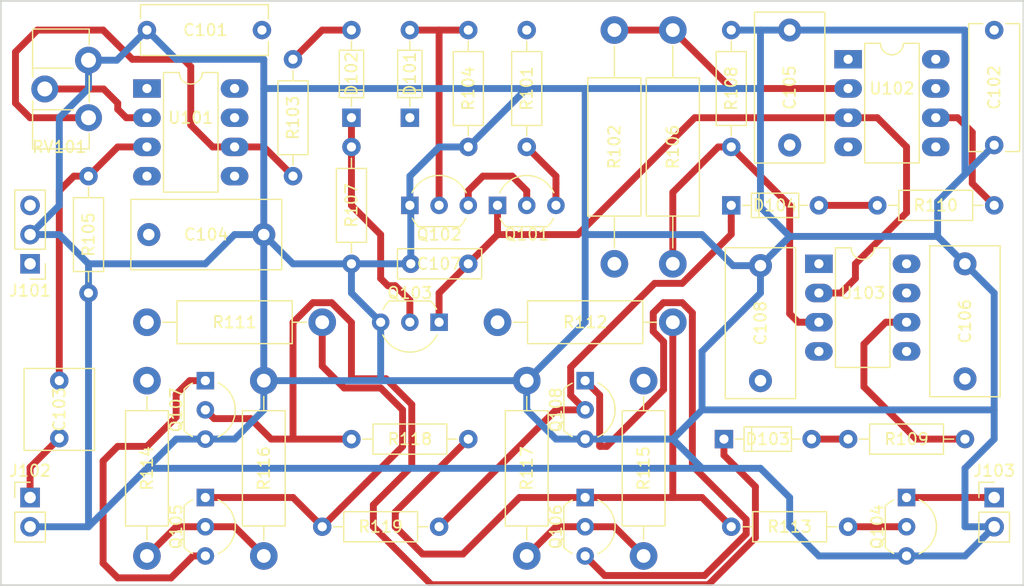
<source format=kicad_pcb>
(kicad_pcb (version 4) (host pcbnew 4.0.6-e0-6349~53~ubuntu14.04.1)

  (general
    (links 82)
    (no_connects 0)
    (area 94.026667 76.014999 187.913334 127.460013)
    (thickness 1.6)
    (drawings 4)
    (tracks 322)
    (zones 0)
    (modules 46)
    (nets 39)
  )

  (page A4)
  (title_block
    (title "Eval: Carrier detector.")
    (date 2017-07-12)
    (rev 1.0)
    (comment 1 "Build on prototype board, components connected with physical wires.")
    (comment 2 "Layer 0: Top side, all other layers: Bottom side.")
  )

  (layers
    (0 F.Cu signal hide)
    (1 In1.Cu signal hide)
    (2 In2.Cu signal hide)
    (31 B.Cu signal hide)
    (33 F.Adhes user hide)
    (35 F.Paste user hide)
    (37 F.SilkS user)
    (39 F.Mask user)
    (40 Dwgs.User user)
    (41 Cmts.User user)
    (42 Eco1.User user)
    (43 Eco2.User user)
    (44 Edge.Cuts user)
    (45 Margin user)
    (47 F.CrtYd user)
    (49 F.Fab user)
  )

  (setup
    (last_trace_width 0.6)
    (trace_clearance 0.2)
    (zone_clearance 0.508)
    (zone_45_only no)
    (trace_min 0.2)
    (segment_width 0.2)
    (edge_width 0.15)
    (via_size 0.6)
    (via_drill 0.4)
    (via_min_size 0.4)
    (via_min_drill 0.3)
    (uvia_size 0.3)
    (uvia_drill 0.1)
    (uvias_allowed no)
    (uvia_min_size 0.2)
    (uvia_min_drill 0.1)
    (pcb_text_width 0.3)
    (pcb_text_size 1.5 1.5)
    (mod_edge_width 0.15)
    (mod_text_size 1 1)
    (mod_text_width 0.15)
    (pad_size 1.524 1.524)
    (pad_drill 0.762)
    (pad_to_mask_clearance 0.2)
    (aux_axis_origin 0 0)
    (visible_elements FFFFEF7F)
    (pcbplotparams
      (layerselection 0x29020_80000007)
      (usegerberextensions false)
      (excludeedgelayer true)
      (linewidth 0.100000)
      (plotframeref false)
      (viasonmask false)
      (mode 1)
      (useauxorigin false)
      (hpglpennumber 1)
      (hpglpenspeed 20)
      (hpglpendiameter 15)
      (hpglpenoverlay 2)
      (psnegative false)
      (psa4output false)
      (plotreference true)
      (plotvalue true)
      (plotinvisibletext false)
      (padsonsilk false)
      (subtractmaskfromsilk false)
      (outputformat 4)
      (mirror false)
      (drillshape 0)
      (scaleselection 1)
      (outputdirectory render/pcb/))
  )

  (net 0 "")
  (net 1 GND)
  (net 2 /_VCC)
  (net 3 "Net-(C103-Pad1)")
  (net 4 "Net-(C103-Pad2)")
  (net 5 /_VEE)
  (net 6 "Net-(C107-Pad1)")
  (net 7 "Net-(D101-Pad2)")
  (net 8 "Net-(J103-Pad1)")
  (net 9 "Net-(Q101-Pad2)")
  (net 10 "Net-(Q101-Pad3)")
  (net 11 "Net-(D102-Pad1)")
  (net 12 "Net-(Q104-Pad2)")
  (net 13 "Net-(Q105-Pad2)")
  (net 14 "Net-(Q105-Pad3)")
  (net 15 "Net-(Q105-Pad1)")
  (net 16 "Net-(Q106-Pad2)")
  (net 17 "Net-(Q106-Pad3)")
  (net 18 "Net-(Q106-Pad1)")
  (net 19 "Net-(D103-Pad1)")
  (net 20 "Net-(D104-Pad1)")
  (net 21 "Net-(R102-Pad2)")
  (net 22 "Net-(R103-Pad1)")
  (net 23 "Net-(D102-Pad2)")
  (net 24 "Net-(R106-Pad2)")
  (net 25 "Net-(D103-Pad2)")
  (net 26 "Net-(R109-Pad2)")
  (net 27 "Net-(D104-Pad2)")
  (net 28 "Net-(R110-Pad2)")
  (net 29 "Net-(RV101-Pad2)")
  (net 30 "Net-(U101-Pad1)")
  (net 31 "Net-(U101-Pad5)")
  (net 32 "Net-(U101-Pad8)")
  (net 33 "Net-(U102-Pad1)")
  (net 34 "Net-(U102-Pad5)")
  (net 35 "Net-(U102-Pad8)")
  (net 36 "Net-(U103-Pad1)")
  (net 37 "Net-(U103-Pad5)")
  (net 38 "Net-(U103-Pad8)")

  (net_class Default "This is the default net class."
    (clearance 0.2)
    (trace_width 0.6)
    (via_dia 0.6)
    (via_drill 0.4)
    (uvia_dia 0.3)
    (uvia_drill 0.1)
    (add_net /_VCC)
    (add_net /_VEE)
    (add_net GND)
    (add_net "Net-(C103-Pad1)")
    (add_net "Net-(C103-Pad2)")
    (add_net "Net-(C107-Pad1)")
    (add_net "Net-(D101-Pad2)")
    (add_net "Net-(D102-Pad1)")
    (add_net "Net-(D102-Pad2)")
    (add_net "Net-(D103-Pad1)")
    (add_net "Net-(D103-Pad2)")
    (add_net "Net-(D104-Pad1)")
    (add_net "Net-(D104-Pad2)")
    (add_net "Net-(J103-Pad1)")
    (add_net "Net-(Q101-Pad2)")
    (add_net "Net-(Q101-Pad3)")
    (add_net "Net-(Q104-Pad2)")
    (add_net "Net-(Q105-Pad1)")
    (add_net "Net-(Q105-Pad2)")
    (add_net "Net-(Q105-Pad3)")
    (add_net "Net-(Q106-Pad1)")
    (add_net "Net-(Q106-Pad2)")
    (add_net "Net-(Q106-Pad3)")
    (add_net "Net-(R102-Pad2)")
    (add_net "Net-(R103-Pad1)")
    (add_net "Net-(R106-Pad2)")
    (add_net "Net-(R109-Pad2)")
    (add_net "Net-(R110-Pad2)")
    (add_net "Net-(RV101-Pad2)")
    (add_net "Net-(U101-Pad1)")
    (add_net "Net-(U101-Pad5)")
    (add_net "Net-(U101-Pad8)")
    (add_net "Net-(U102-Pad1)")
    (add_net "Net-(U102-Pad5)")
    (add_net "Net-(U102-Pad8)")
    (add_net "Net-(U103-Pad1)")
    (add_net "Net-(U103-Pad5)")
    (add_net "Net-(U103-Pad8)")
  )

  (module Capacitors_THT:C_Rect_L13.0mm_W6.0mm_P10.00mm_FKS3_FKP3_MKS4 (layer F.Cu) (tedit 5920C257) (tstamp 59756E91)
    (at 180.34 99.06 270)
    (descr "C, Rect series, Radial, pin pitch=10.00mm, , length*width=13*6mm^2, Capacitor, http://www.wima.com/EN/WIMA_FKS_3.pdf, http://www.wima.com/EN/WIMA_MKS_4.pdf")
    (tags "C Rect series Radial pin pitch 10.00mm  length 13mm width 6mm Capacitor")
    (path /59642592)
    (fp_text reference C106 (at 5 0 270) (layer F.SilkS)
      (effects (font (size 1 1) (thickness 0.15)))
    )
    (fp_text value 100nF (at 5.08 -1.27 270) (layer F.Fab)
      (effects (font (size 1 1) (thickness 0.15)))
    )
    (fp_text user %R (at 5 0 270) (layer F.Fab)
      (effects (font (size 1 1) (thickness 0.15)))
    )
    (fp_line (start -1.5 -3) (end -1.5 3) (layer F.Fab) (width 0.1))
    (fp_line (start -1.5 3) (end 11.5 3) (layer F.Fab) (width 0.1))
    (fp_line (start 11.5 3) (end 11.5 -3) (layer F.Fab) (width 0.1))
    (fp_line (start 11.5 -3) (end -1.5 -3) (layer F.Fab) (width 0.1))
    (fp_line (start -1.56 -3.06) (end 11.56 -3.06) (layer F.SilkS) (width 0.12))
    (fp_line (start -1.56 3.06) (end 11.56 3.06) (layer F.SilkS) (width 0.12))
    (fp_line (start -1.56 -3.06) (end -1.56 3.06) (layer F.SilkS) (width 0.12))
    (fp_line (start 11.56 -3.06) (end 11.56 3.06) (layer F.SilkS) (width 0.12))
    (fp_line (start -1.85 -3.35) (end -1.85 3.35) (layer F.CrtYd) (width 0.05))
    (fp_line (start -1.85 3.35) (end 11.85 3.35) (layer F.CrtYd) (width 0.05))
    (fp_line (start 11.85 3.35) (end 11.85 -3.35) (layer F.CrtYd) (width 0.05))
    (fp_line (start 11.85 -3.35) (end -1.85 -3.35) (layer F.CrtYd) (width 0.05))
    (pad 1 thru_hole circle (at 0 0 270) (size 2 2) (drill 1) (layers *.Cu *.Mask)
      (net 1 GND))
    (pad 2 thru_hole circle (at 10 0 270) (size 2 2) (drill 1) (layers *.Cu *.Mask)
      (net 2 /_VCC))
    (model Capacitors_THT.3dshapes/C_Rect_L13.0mm_W6.0mm_P10.00mm_FKS3_FKP3_MKS4.wrl
      (at (xyz 0 0 0))
      (scale (xyz 0.393701 0.393701 0.393701))
      (rotate (xyz 0 0 0))
    )
  )

  (module Capacitors_THT:C_Rect_L13.0mm_W6.0mm_P10.00mm_FKS3_FKP3_MKS4 (layer F.Cu) (tedit 5920C257) (tstamp 59756E9D)
    (at 162.56 99.22 270)
    (descr "C, Rect series, Radial, pin pitch=10.00mm, , length*width=13*6mm^2, Capacitor, http://www.wima.com/EN/WIMA_FKS_3.pdf, http://www.wima.com/EN/WIMA_MKS_4.pdf")
    (tags "C Rect series Radial pin pitch 10.00mm  length 13mm width 6mm Capacitor")
    (path /59642598)
    (fp_text reference C108 (at 5 0 270) (layer F.SilkS)
      (effects (font (size 1 1) (thickness 0.15)))
    )
    (fp_text value 100nF (at 5 4.06 270) (layer F.Fab)
      (effects (font (size 1 1) (thickness 0.15)))
    )
    (fp_text user %R (at 5 0 270) (layer F.Fab)
      (effects (font (size 1 1) (thickness 0.15)))
    )
    (fp_line (start -1.5 -3) (end -1.5 3) (layer F.Fab) (width 0.1))
    (fp_line (start -1.5 3) (end 11.5 3) (layer F.Fab) (width 0.1))
    (fp_line (start 11.5 3) (end 11.5 -3) (layer F.Fab) (width 0.1))
    (fp_line (start 11.5 -3) (end -1.5 -3) (layer F.Fab) (width 0.1))
    (fp_line (start -1.56 -3.06) (end 11.56 -3.06) (layer F.SilkS) (width 0.12))
    (fp_line (start -1.56 3.06) (end 11.56 3.06) (layer F.SilkS) (width 0.12))
    (fp_line (start -1.56 -3.06) (end -1.56 3.06) (layer F.SilkS) (width 0.12))
    (fp_line (start 11.56 -3.06) (end 11.56 3.06) (layer F.SilkS) (width 0.12))
    (fp_line (start -1.85 -3.35) (end -1.85 3.35) (layer F.CrtYd) (width 0.05))
    (fp_line (start -1.85 3.35) (end 11.85 3.35) (layer F.CrtYd) (width 0.05))
    (fp_line (start 11.85 3.35) (end 11.85 -3.35) (layer F.CrtYd) (width 0.05))
    (fp_line (start 11.85 -3.35) (end -1.85 -3.35) (layer F.CrtYd) (width 0.05))
    (pad 1 thru_hole circle (at 0 0 270) (size 2 2) (drill 1) (layers *.Cu *.Mask)
      (net 1 GND))
    (pad 2 thru_hole circle (at 10 0 270) (size 2 2) (drill 1) (layers *.Cu *.Mask)
      (net 5 /_VEE))
    (model Capacitors_THT.3dshapes/C_Rect_L13.0mm_W6.0mm_P10.00mm_FKS3_FKP3_MKS4.wrl
      (at (xyz 0 0 0))
      (scale (xyz 0.393701 0.393701 0.393701))
      (rotate (xyz 0 0 0))
    )
  )

  (module Capacitors_THT:C_Rect_L7.2mm_W2.5mm_P5.00mm_FKS2_FKP2_MKS2_MKP2 (layer F.Cu) (tedit 59662172) (tstamp 59756E97)
    (at 137.16 99.06 180)
    (descr "C, Rect series, Radial, pin pitch=5.00mm, , length*width=7.2*2.5mm^2, Capacitor, http://www.wima.com/EN/WIMA_FKS_2.pdf")
    (tags "C Rect series Radial pin pitch 5.00mm  length 7.2mm width 2.5mm Capacitor")
    (path /5963B488)
    (fp_text reference C107 (at 2.54 0 180) (layer F.SilkS)
      (effects (font (size 1 1) (thickness 0.15)))
    )
    (fp_text value 22nF (at 2.5 -1.27 180) (layer F.Fab)
      (effects (font (size 1 1) (thickness 0.15)))
    )
    (fp_text user %R (at 2.54 0 180) (layer F.Fab)
      (effects (font (size 1 1) (thickness 0.15)))
    )
    (fp_line (start -1.1 -1.25) (end -1.1 1.25) (layer F.Fab) (width 0.1))
    (fp_line (start -1.1 1.25) (end 6.1 1.25) (layer F.Fab) (width 0.1))
    (fp_line (start 6.1 1.25) (end 6.1 -1.25) (layer F.Fab) (width 0.1))
    (fp_line (start 6.1 -1.25) (end -1.1 -1.25) (layer F.Fab) (width 0.1))
    (fp_line (start -1.16 -1.31) (end 6.16 -1.31) (layer F.SilkS) (width 0.12))
    (fp_line (start -1.16 1.31) (end 6.16 1.31) (layer F.SilkS) (width 0.12))
    (fp_line (start -1.16 -1.31) (end -1.16 1.31) (layer F.SilkS) (width 0.12))
    (fp_line (start 6.16 -1.31) (end 6.16 1.31) (layer F.SilkS) (width 0.12))
    (fp_line (start -1.45 -1.6) (end -1.45 1.6) (layer F.CrtYd) (width 0.05))
    (fp_line (start -1.45 1.6) (end 6.45 1.6) (layer F.CrtYd) (width 0.05))
    (fp_line (start 6.45 1.6) (end 6.45 -1.6) (layer F.CrtYd) (width 0.05))
    (fp_line (start 6.45 -1.6) (end -1.45 -1.6) (layer F.CrtYd) (width 0.05))
    (pad 1 thru_hole circle (at 0 0 180) (size 1.6 1.6) (drill 0.8) (layers *.Cu *.Mask)
      (net 6 "Net-(C107-Pad1)"))
    (pad 2 thru_hole circle (at 5 0 180) (size 1.6 1.6) (drill 0.8) (layers *.Cu *.Mask)
      (net 1 GND))
    (model Capacitors_THT.3dshapes/C_Rect_L7.2mm_W2.5mm_P5.00mm_FKS2_FKP2_MKS2_MKP2.wrl
      (at (xyz 0 0 0))
      (scale (xyz 0.393701 0.393701 0.393701))
      (rotate (xyz 0 0 0))
    )
  )

  (module Capacitors_THT:C_Rect_L7.0mm_W6.0mm_P5.00mm (layer F.Cu) (tedit 5920C257) (tstamp 59757174)
    (at 101.6 114.22 90)
    (descr "C, Rect series, Radial, pin pitch=5.00mm, , length*width=7*6mm^2, Capacitor")
    (tags "C Rect series Radial pin pitch 5.00mm  length 7mm width 6mm Capacitor")
    (path /5963ABA6)
    (fp_text reference C103 (at 2.5 0 90) (layer F.SilkS)
      (effects (font (size 1 1) (thickness 0.15)))
    )
    (fp_text value 0.22uF (at 2.46 1.905 90) (layer F.Fab)
      (effects (font (size 1 1) (thickness 0.15)))
    )
    (fp_text user %R (at 2.54 0 90) (layer F.Fab)
      (effects (font (size 1 1) (thickness 0.15)))
    )
    (fp_line (start -1 -3) (end -1 3) (layer F.Fab) (width 0.1))
    (fp_line (start -1 3) (end 6 3) (layer F.Fab) (width 0.1))
    (fp_line (start 6 3) (end 6 -3) (layer F.Fab) (width 0.1))
    (fp_line (start 6 -3) (end -1 -3) (layer F.Fab) (width 0.1))
    (fp_line (start -1.06 -3.06) (end 6.06 -3.06) (layer F.SilkS) (width 0.12))
    (fp_line (start -1.06 3.06) (end 6.06 3.06) (layer F.SilkS) (width 0.12))
    (fp_line (start -1.06 -3.06) (end -1.06 3.06) (layer F.SilkS) (width 0.12))
    (fp_line (start 6.06 -3.06) (end 6.06 3.06) (layer F.SilkS) (width 0.12))
    (fp_line (start -1.35 -3.35) (end -1.35 3.35) (layer F.CrtYd) (width 0.05))
    (fp_line (start -1.35 3.35) (end 6.35 3.35) (layer F.CrtYd) (width 0.05))
    (fp_line (start 6.35 3.35) (end 6.35 -3.35) (layer F.CrtYd) (width 0.05))
    (fp_line (start 6.35 -3.35) (end -1.35 -3.35) (layer F.CrtYd) (width 0.05))
    (pad 1 thru_hole circle (at 0 0 90) (size 1.6 1.6) (drill 0.8) (layers *.Cu *.Mask)
      (net 3 "Net-(C103-Pad1)"))
    (pad 2 thru_hole circle (at 5 0 90) (size 1.6 1.6) (drill 0.8) (layers *.Cu *.Mask)
      (net 4 "Net-(C103-Pad2)"))
    (model Capacitors_THT.3dshapes/C_Rect_L7.0mm_W6.0mm_P5.00mm.wrl
      (at (xyz 0 0 0))
      (scale (xyz 0.393701 0.393701 0.393701))
      (rotate (xyz 0 0 0))
    )
  )

  (module Capacitors_THT:C_Rect_L11.0mm_W4.3mm_P10.00mm_MKT (layer F.Cu) (tedit 5920C257) (tstamp 59756E79)
    (at 182.88 88.74 90)
    (descr "C, Rect series, Radial, pin pitch=10.00mm, , length*width=11.0*4.3mm^2, Capacitor, https://en.tdk.eu/inf/20/20/db/fc_2009/MKT_B32560_564.pdf")
    (tags "C Rect series Radial pin pitch 10.00mm  length 11.0mm width 4.3mm Capacitor")
    (path /59641D9E)
    (fp_text reference C102 (at 5 0 90) (layer F.SilkS)
      (effects (font (size 1 1) (thickness 0.15)))
    )
    (fp_text value 100nF (at 5 1.27 90) (layer F.Fab)
      (effects (font (size 1 1) (thickness 0.15)))
    )
    (fp_text user %R (at 5 0 90) (layer F.Fab)
      (effects (font (size 1 1) (thickness 0.15)))
    )
    (fp_line (start -0.5 -2.15) (end -0.5 2.15) (layer F.Fab) (width 0.1))
    (fp_line (start -0.5 2.15) (end 10.5 2.15) (layer F.Fab) (width 0.1))
    (fp_line (start 10.5 2.15) (end 10.5 -2.15) (layer F.Fab) (width 0.1))
    (fp_line (start 10.5 -2.15) (end -0.5 -2.15) (layer F.Fab) (width 0.1))
    (fp_line (start -0.56 -2.21) (end 10.56 -2.21) (layer F.SilkS) (width 0.12))
    (fp_line (start -0.56 2.21) (end 10.56 2.21) (layer F.SilkS) (width 0.12))
    (fp_line (start -0.56 -2.21) (end -0.56 -0.996) (layer F.SilkS) (width 0.12))
    (fp_line (start -0.56 0.996) (end -0.56 2.21) (layer F.SilkS) (width 0.12))
    (fp_line (start 10.56 -2.21) (end 10.56 -0.996) (layer F.SilkS) (width 0.12))
    (fp_line (start 10.56 0.996) (end 10.56 2.21) (layer F.SilkS) (width 0.12))
    (fp_line (start -1.05 -2.5) (end -1.05 2.5) (layer F.CrtYd) (width 0.05))
    (fp_line (start -1.05 2.5) (end 11.05 2.5) (layer F.CrtYd) (width 0.05))
    (fp_line (start 11.05 2.5) (end 11.05 -2.5) (layer F.CrtYd) (width 0.05))
    (fp_line (start 11.05 -2.5) (end -1.05 -2.5) (layer F.CrtYd) (width 0.05))
    (pad 1 thru_hole circle (at 0 0 90) (size 1.6 1.6) (drill 0.8) (layers *.Cu *.Mask)
      (net 1 GND))
    (pad 2 thru_hole circle (at 10 0 90) (size 1.6 1.6) (drill 0.8) (layers *.Cu *.Mask)
      (net 2 /_VCC))
    (model Capacitors_THT.3dshapes/C_Rect_L11.0mm_W4.3mm_P10.00mm_MKT.wrl
      (at (xyz 0 0 0))
      (scale (xyz 0.393701 0.393701 0.393701))
      (rotate (xyz 0 0 0))
    )
  )

  (module Capacitors_THT:C_Rect_L13.0mm_W6.0mm_P10.00mm_FKS3_FKP3_MKS4 (layer F.Cu) (tedit 5920C257) (tstamp 59756E8B)
    (at 165.1 78.74 270)
    (descr "C, Rect series, Radial, pin pitch=10.00mm, , length*width=13*6mm^2, Capacitor, http://www.wima.com/EN/WIMA_FKS_3.pdf, http://www.wima.com/EN/WIMA_MKS_4.pdf")
    (tags "C Rect series Radial pin pitch 10.00mm  length 13mm width 6mm Capacitor")
    (path /59641DA4)
    (fp_text reference C105 (at 5 0 270) (layer F.SilkS)
      (effects (font (size 1 1) (thickness 0.15)))
    )
    (fp_text value 100nF (at 5.08 -1.27 270) (layer F.Fab)
      (effects (font (size 1 1) (thickness 0.15)))
    )
    (fp_text user %R (at 5 0 270) (layer F.Fab)
      (effects (font (size 1 1) (thickness 0.15)))
    )
    (fp_line (start -1.5 -3) (end -1.5 3) (layer F.Fab) (width 0.1))
    (fp_line (start -1.5 3) (end 11.5 3) (layer F.Fab) (width 0.1))
    (fp_line (start 11.5 3) (end 11.5 -3) (layer F.Fab) (width 0.1))
    (fp_line (start 11.5 -3) (end -1.5 -3) (layer F.Fab) (width 0.1))
    (fp_line (start -1.56 -3.06) (end 11.56 -3.06) (layer F.SilkS) (width 0.12))
    (fp_line (start -1.56 3.06) (end 11.56 3.06) (layer F.SilkS) (width 0.12))
    (fp_line (start -1.56 -3.06) (end -1.56 3.06) (layer F.SilkS) (width 0.12))
    (fp_line (start 11.56 -3.06) (end 11.56 3.06) (layer F.SilkS) (width 0.12))
    (fp_line (start -1.85 -3.35) (end -1.85 3.35) (layer F.CrtYd) (width 0.05))
    (fp_line (start -1.85 3.35) (end 11.85 3.35) (layer F.CrtYd) (width 0.05))
    (fp_line (start 11.85 3.35) (end 11.85 -3.35) (layer F.CrtYd) (width 0.05))
    (fp_line (start 11.85 -3.35) (end -1.85 -3.35) (layer F.CrtYd) (width 0.05))
    (pad 1 thru_hole circle (at 0 0 270) (size 2 2) (drill 1) (layers *.Cu *.Mask)
      (net 1 GND))
    (pad 2 thru_hole circle (at 10 0 270) (size 2 2) (drill 1) (layers *.Cu *.Mask)
      (net 5 /_VEE))
    (model Capacitors_THT.3dshapes/C_Rect_L13.0mm_W6.0mm_P10.00mm_FKS3_FKP3_MKS4.wrl
      (at (xyz 0 0 0))
      (scale (xyz 0.393701 0.393701 0.393701))
      (rotate (xyz 0 0 0))
    )
  )

  (module Capacitors_THT:C_Rect_L11.0mm_W4.3mm_P10.00mm_MKT (layer F.Cu) (tedit 59661FE2) (tstamp 59756E73)
    (at 109.22 78.74)
    (descr "C, Rect series, Radial, pin pitch=10.00mm, , length*width=11.0*4.3mm^2, Capacitor, https://en.tdk.eu/inf/20/20/db/fc_2009/MKT_B32560_564.pdf")
    (tags "C Rect series Radial pin pitch 10.00mm  length 11.0mm width 4.3mm Capacitor")
    (path /5963A142)
    (fp_text reference C101 (at 5.08 0) (layer F.SilkS)
      (effects (font (size 1 1) (thickness 0.15)))
    )
    (fp_text value 100nF (at 5.08 1.27) (layer F.Fab)
      (effects (font (size 1 1) (thickness 0.15)))
    )
    (fp_text user %R (at 5.08 0) (layer F.Fab)
      (effects (font (size 1 1) (thickness 0.15)))
    )
    (fp_line (start -0.5 -2.15) (end -0.5 2.15) (layer F.Fab) (width 0.1))
    (fp_line (start -0.5 2.15) (end 10.5 2.15) (layer F.Fab) (width 0.1))
    (fp_line (start 10.5 2.15) (end 10.5 -2.15) (layer F.Fab) (width 0.1))
    (fp_line (start 10.5 -2.15) (end -0.5 -2.15) (layer F.Fab) (width 0.1))
    (fp_line (start -0.56 -2.21) (end 10.56 -2.21) (layer F.SilkS) (width 0.12))
    (fp_line (start -0.56 2.21) (end 10.56 2.21) (layer F.SilkS) (width 0.12))
    (fp_line (start -0.56 -2.21) (end -0.56 -0.996) (layer F.SilkS) (width 0.12))
    (fp_line (start -0.56 0.996) (end -0.56 2.21) (layer F.SilkS) (width 0.12))
    (fp_line (start 10.56 -2.21) (end 10.56 -0.996) (layer F.SilkS) (width 0.12))
    (fp_line (start 10.56 0.996) (end 10.56 2.21) (layer F.SilkS) (width 0.12))
    (fp_line (start -1.05 -2.5) (end -1.05 2.5) (layer F.CrtYd) (width 0.05))
    (fp_line (start -1.05 2.5) (end 11.05 2.5) (layer F.CrtYd) (width 0.05))
    (fp_line (start 11.05 2.5) (end 11.05 -2.5) (layer F.CrtYd) (width 0.05))
    (fp_line (start 11.05 -2.5) (end -1.05 -2.5) (layer F.CrtYd) (width 0.05))
    (pad 1 thru_hole circle (at 0 0) (size 1.6 1.6) (drill 0.8) (layers *.Cu *.Mask)
      (net 1 GND))
    (pad 2 thru_hole circle (at 10 0) (size 1.6 1.6) (drill 0.8) (layers *.Cu *.Mask)
      (net 2 /_VCC))
    (model Capacitors_THT.3dshapes/C_Rect_L11.0mm_W4.3mm_P10.00mm_MKT.wrl
      (at (xyz 0 0 0))
      (scale (xyz 0.393701 0.393701 0.393701))
      (rotate (xyz 0 0 0))
    )
  )

  (module Capacitors_THT:C_Rect_L13.0mm_W6.0mm_P10.00mm_FKS3_FKP3_MKS4 (layer F.Cu) (tedit 5920C257) (tstamp 59756E85)
    (at 119.38 96.52 180)
    (descr "C, Rect series, Radial, pin pitch=10.00mm, , length*width=13*6mm^2, Capacitor, http://www.wima.com/EN/WIMA_FKS_3.pdf, http://www.wima.com/EN/WIMA_MKS_4.pdf")
    (tags "C Rect series Radial pin pitch 10.00mm  length 13mm width 6mm Capacitor")
    (path /5963A169)
    (fp_text reference C104 (at 5 0 180) (layer F.SilkS)
      (effects (font (size 1 1) (thickness 0.15)))
    )
    (fp_text value 100nF (at 5 -1.27 180) (layer F.Fab)
      (effects (font (size 1 1) (thickness 0.15)))
    )
    (fp_text user %R (at 5 0 180) (layer F.Fab)
      (effects (font (size 1 1) (thickness 0.15)))
    )
    (fp_line (start -1.5 -3) (end -1.5 3) (layer F.Fab) (width 0.1))
    (fp_line (start -1.5 3) (end 11.5 3) (layer F.Fab) (width 0.1))
    (fp_line (start 11.5 3) (end 11.5 -3) (layer F.Fab) (width 0.1))
    (fp_line (start 11.5 -3) (end -1.5 -3) (layer F.Fab) (width 0.1))
    (fp_line (start -1.56 -3.06) (end 11.56 -3.06) (layer F.SilkS) (width 0.12))
    (fp_line (start -1.56 3.06) (end 11.56 3.06) (layer F.SilkS) (width 0.12))
    (fp_line (start -1.56 -3.06) (end -1.56 3.06) (layer F.SilkS) (width 0.12))
    (fp_line (start 11.56 -3.06) (end 11.56 3.06) (layer F.SilkS) (width 0.12))
    (fp_line (start -1.85 -3.35) (end -1.85 3.35) (layer F.CrtYd) (width 0.05))
    (fp_line (start -1.85 3.35) (end 11.85 3.35) (layer F.CrtYd) (width 0.05))
    (fp_line (start 11.85 3.35) (end 11.85 -3.35) (layer F.CrtYd) (width 0.05))
    (fp_line (start 11.85 -3.35) (end -1.85 -3.35) (layer F.CrtYd) (width 0.05))
    (pad 1 thru_hole circle (at 0 0 180) (size 2 2) (drill 1) (layers *.Cu *.Mask)
      (net 1 GND))
    (pad 2 thru_hole circle (at 10 0 180) (size 2 2) (drill 1) (layers *.Cu *.Mask)
      (net 5 /_VEE))
    (model Capacitors_THT.3dshapes/C_Rect_L13.0mm_W6.0mm_P10.00mm_FKS3_FKP3_MKS4.wrl
      (at (xyz 0 0 0))
      (scale (xyz 0.393701 0.393701 0.393701))
      (rotate (xyz 0 0 0))
    )
  )

  (module Resistors_THT:R_Axial_DIN0411_L9.9mm_D3.6mm_P15.24mm_Horizontal (layer F.Cu) (tedit 5874F706) (tstamp 59756F66)
    (at 142.24 124.46 90)
    (descr "Resistor, Axial_DIN0411 series, Axial, Horizontal, pin pitch=15.24mm, 1W = 1/1W, length*diameter=9.9*3.6mm^2")
    (tags "Resistor Axial_DIN0411 series Axial Horizontal pin pitch 15.24mm 1W = 1/1W length 9.9mm diameter 3.6mm")
    (path /5964D85B)
    (fp_text reference R117 (at 7.62 0 90) (layer F.SilkS)
      (effects (font (size 1 1) (thickness 0.15)))
    )
    (fp_text value 39k (at 7.62 1.27 90) (layer F.Fab)
      (effects (font (size 1 1) (thickness 0.15)))
    )
    (fp_line (start 2.67 -1.8) (end 2.67 1.8) (layer F.Fab) (width 0.1))
    (fp_line (start 2.67 1.8) (end 12.57 1.8) (layer F.Fab) (width 0.1))
    (fp_line (start 12.57 1.8) (end 12.57 -1.8) (layer F.Fab) (width 0.1))
    (fp_line (start 12.57 -1.8) (end 2.67 -1.8) (layer F.Fab) (width 0.1))
    (fp_line (start 0 0) (end 2.67 0) (layer F.Fab) (width 0.1))
    (fp_line (start 15.24 0) (end 12.57 0) (layer F.Fab) (width 0.1))
    (fp_line (start 2.61 -1.86) (end 2.61 1.86) (layer F.SilkS) (width 0.12))
    (fp_line (start 2.61 1.86) (end 12.63 1.86) (layer F.SilkS) (width 0.12))
    (fp_line (start 12.63 1.86) (end 12.63 -1.86) (layer F.SilkS) (width 0.12))
    (fp_line (start 12.63 -1.86) (end 2.61 -1.86) (layer F.SilkS) (width 0.12))
    (fp_line (start 1.38 0) (end 2.61 0) (layer F.SilkS) (width 0.12))
    (fp_line (start 13.86 0) (end 12.63 0) (layer F.SilkS) (width 0.12))
    (fp_line (start -1.45 -2.15) (end -1.45 2.15) (layer F.CrtYd) (width 0.05))
    (fp_line (start -1.45 2.15) (end 16.7 2.15) (layer F.CrtYd) (width 0.05))
    (fp_line (start 16.7 2.15) (end 16.7 -2.15) (layer F.CrtYd) (width 0.05))
    (fp_line (start 16.7 -2.15) (end -1.45 -2.15) (layer F.CrtYd) (width 0.05))
    (pad 1 thru_hole circle (at 0 0 90) (size 2.4 2.4) (drill 1.2) (layers *.Cu *.Mask)
      (net 16 "Net-(Q106-Pad2)"))
    (pad 2 thru_hole oval (at 15.24 0 90) (size 2.4 2.4) (drill 1.2) (layers *.Cu *.Mask)
      (net 1 GND))
    (model Resistors_THT.3dshapes/R_Axial_DIN0411_L9.9mm_D3.6mm_P15.24mm_Horizontal.wrl
      (at (xyz 0 0 0))
      (scale (xyz 0.393701 0.393701 0.393701))
      (rotate (xyz 0 0 0))
    )
  )

  (module Diodes_THT:D_DO-35_SOD27_P7.62mm_Horizontal (layer F.Cu) (tedit 5921392F) (tstamp 59756EA3)
    (at 132.08 86.36 90)
    (descr "D, DO-35_SOD27 series, Axial, Horizontal, pin pitch=7.62mm, , length*diameter=4*2mm^2, , http://www.diodes.com/_files/packages/DO-35.pdf")
    (tags "D DO-35_SOD27 series Axial Horizontal pin pitch 7.62mm  length 4mm diameter 2mm")
    (path /5963C066)
    (fp_text reference D101 (at 3.81 0 90) (layer F.SilkS)
      (effects (font (size 1 1) (thickness 0.15)))
    )
    (fp_text value 6.2V (at 3.81 2.06 90) (layer F.Fab)
      (effects (font (size 1 1) (thickness 0.15)))
    )
    (fp_text user %R (at 3.81 0 90) (layer F.Fab)
      (effects (font (size 1 1) (thickness 0.15)))
    )
    (fp_line (start 1.81 -1) (end 1.81 1) (layer F.Fab) (width 0.1))
    (fp_line (start 1.81 1) (end 5.81 1) (layer F.Fab) (width 0.1))
    (fp_line (start 5.81 1) (end 5.81 -1) (layer F.Fab) (width 0.1))
    (fp_line (start 5.81 -1) (end 1.81 -1) (layer F.Fab) (width 0.1))
    (fp_line (start 0 0) (end 1.81 0) (layer F.Fab) (width 0.1))
    (fp_line (start 7.62 0) (end 5.81 0) (layer F.Fab) (width 0.1))
    (fp_line (start 2.41 -1) (end 2.41 1) (layer F.Fab) (width 0.1))
    (fp_line (start 1.75 -1.06) (end 1.75 1.06) (layer F.SilkS) (width 0.12))
    (fp_line (start 1.75 1.06) (end 5.87 1.06) (layer F.SilkS) (width 0.12))
    (fp_line (start 5.87 1.06) (end 5.87 -1.06) (layer F.SilkS) (width 0.12))
    (fp_line (start 5.87 -1.06) (end 1.75 -1.06) (layer F.SilkS) (width 0.12))
    (fp_line (start 0.98 0) (end 1.75 0) (layer F.SilkS) (width 0.12))
    (fp_line (start 6.64 0) (end 5.87 0) (layer F.SilkS) (width 0.12))
    (fp_line (start 2.41 -1.06) (end 2.41 1.06) (layer F.SilkS) (width 0.12))
    (fp_line (start -1.05 -1.35) (end -1.05 1.35) (layer F.CrtYd) (width 0.05))
    (fp_line (start -1.05 1.35) (end 8.7 1.35) (layer F.CrtYd) (width 0.05))
    (fp_line (start 8.7 1.35) (end 8.7 -1.35) (layer F.CrtYd) (width 0.05))
    (fp_line (start 8.7 -1.35) (end -1.05 -1.35) (layer F.CrtYd) (width 0.05))
    (pad 1 thru_hole rect (at 0 0 90) (size 1.6 1.6) (drill 0.8) (layers *.Cu *.Mask)
      (net 2 /_VCC))
    (pad 2 thru_hole oval (at 7.62 0 90) (size 1.6 1.6) (drill 0.8) (layers *.Cu *.Mask)
      (net 7 "Net-(D101-Pad2)"))
    (model ${KISYS3DMOD}/Diodes_ThroughHole.3dshapes/D_DO-35_SOD27_P7.62mm_Horizontal.wrl
      (at (xyz 0 0 0))
      (scale (xyz 0.393701 0.393701 0.393701))
      (rotate (xyz 0 0 0))
    )
  )

  (module Diodes_THT:D_DO-35_SOD27_P7.62mm_Horizontal (layer F.Cu) (tedit 5921392F) (tstamp 59756EA9)
    (at 127 86.36 90)
    (descr "D, DO-35_SOD27 series, Axial, Horizontal, pin pitch=7.62mm, , length*diameter=4*2mm^2, , http://www.diodes.com/_files/packages/DO-35.pdf")
    (tags "D DO-35_SOD27 series Axial Horizontal pin pitch 7.62mm  length 4mm diameter 2mm")
    (path /5963AF28)
    (fp_text reference D102 (at 3.81 0 90) (layer F.SilkS)
      (effects (font (size 1 1) (thickness 0.15)))
    )
    (fp_text value 1N4148 (at 3.81 2.06 90) (layer F.Fab)
      (effects (font (size 1 1) (thickness 0.15)))
    )
    (fp_text user %R (at 3.81 0 90) (layer F.Fab)
      (effects (font (size 1 1) (thickness 0.15)))
    )
    (fp_line (start 1.81 -1) (end 1.81 1) (layer F.Fab) (width 0.1))
    (fp_line (start 1.81 1) (end 5.81 1) (layer F.Fab) (width 0.1))
    (fp_line (start 5.81 1) (end 5.81 -1) (layer F.Fab) (width 0.1))
    (fp_line (start 5.81 -1) (end 1.81 -1) (layer F.Fab) (width 0.1))
    (fp_line (start 0 0) (end 1.81 0) (layer F.Fab) (width 0.1))
    (fp_line (start 7.62 0) (end 5.81 0) (layer F.Fab) (width 0.1))
    (fp_line (start 2.41 -1) (end 2.41 1) (layer F.Fab) (width 0.1))
    (fp_line (start 1.75 -1.06) (end 1.75 1.06) (layer F.SilkS) (width 0.12))
    (fp_line (start 1.75 1.06) (end 5.87 1.06) (layer F.SilkS) (width 0.12))
    (fp_line (start 5.87 1.06) (end 5.87 -1.06) (layer F.SilkS) (width 0.12))
    (fp_line (start 5.87 -1.06) (end 1.75 -1.06) (layer F.SilkS) (width 0.12))
    (fp_line (start 0.98 0) (end 1.75 0) (layer F.SilkS) (width 0.12))
    (fp_line (start 6.64 0) (end 5.87 0) (layer F.SilkS) (width 0.12))
    (fp_line (start 2.41 -1.06) (end 2.41 1.06) (layer F.SilkS) (width 0.12))
    (fp_line (start -1.05 -1.35) (end -1.05 1.35) (layer F.CrtYd) (width 0.05))
    (fp_line (start -1.05 1.35) (end 8.7 1.35) (layer F.CrtYd) (width 0.05))
    (fp_line (start 8.7 1.35) (end 8.7 -1.35) (layer F.CrtYd) (width 0.05))
    (fp_line (start 8.7 -1.35) (end -1.05 -1.35) (layer F.CrtYd) (width 0.05))
    (pad 1 thru_hole rect (at 0 0 90) (size 1.6 1.6) (drill 0.8) (layers *.Cu *.Mask)
      (net 11 "Net-(D102-Pad1)"))
    (pad 2 thru_hole oval (at 7.62 0 90) (size 1.6 1.6) (drill 0.8) (layers *.Cu *.Mask)
      (net 23 "Net-(D102-Pad2)"))
    (model ${KISYS3DMOD}/Diodes_ThroughHole.3dshapes/D_DO-35_SOD27_P7.62mm_Horizontal.wrl
      (at (xyz 0 0 0))
      (scale (xyz 0.393701 0.393701 0.393701))
      (rotate (xyz 0 0 0))
    )
  )

  (module Diodes_THT:D_DO-35_SOD27_P7.62mm_Horizontal (layer F.Cu) (tedit 5921392F) (tstamp 59756EAF)
    (at 159.385 114.3)
    (descr "D, DO-35_SOD27 series, Axial, Horizontal, pin pitch=7.62mm, , length*diameter=4*2mm^2, , http://www.diodes.com/_files/packages/DO-35.pdf")
    (tags "D DO-35_SOD27 series Axial Horizontal pin pitch 7.62mm  length 4mm diameter 2mm")
    (path /59641515)
    (fp_text reference D103 (at 3.81 0) (layer F.SilkS)
      (effects (font (size 1 1) (thickness 0.15)))
    )
    (fp_text value 1N4148 (at 3.81 2.06) (layer F.Fab)
      (effects (font (size 1 1) (thickness 0.15)))
    )
    (fp_text user %R (at 3.81 0) (layer F.Fab)
      (effects (font (size 1 1) (thickness 0.15)))
    )
    (fp_line (start 1.81 -1) (end 1.81 1) (layer F.Fab) (width 0.1))
    (fp_line (start 1.81 1) (end 5.81 1) (layer F.Fab) (width 0.1))
    (fp_line (start 5.81 1) (end 5.81 -1) (layer F.Fab) (width 0.1))
    (fp_line (start 5.81 -1) (end 1.81 -1) (layer F.Fab) (width 0.1))
    (fp_line (start 0 0) (end 1.81 0) (layer F.Fab) (width 0.1))
    (fp_line (start 7.62 0) (end 5.81 0) (layer F.Fab) (width 0.1))
    (fp_line (start 2.41 -1) (end 2.41 1) (layer F.Fab) (width 0.1))
    (fp_line (start 1.75 -1.06) (end 1.75 1.06) (layer F.SilkS) (width 0.12))
    (fp_line (start 1.75 1.06) (end 5.87 1.06) (layer F.SilkS) (width 0.12))
    (fp_line (start 5.87 1.06) (end 5.87 -1.06) (layer F.SilkS) (width 0.12))
    (fp_line (start 5.87 -1.06) (end 1.75 -1.06) (layer F.SilkS) (width 0.12))
    (fp_line (start 0.98 0) (end 1.75 0) (layer F.SilkS) (width 0.12))
    (fp_line (start 6.64 0) (end 5.87 0) (layer F.SilkS) (width 0.12))
    (fp_line (start 2.41 -1.06) (end 2.41 1.06) (layer F.SilkS) (width 0.12))
    (fp_line (start -1.05 -1.35) (end -1.05 1.35) (layer F.CrtYd) (width 0.05))
    (fp_line (start -1.05 1.35) (end 8.7 1.35) (layer F.CrtYd) (width 0.05))
    (fp_line (start 8.7 1.35) (end 8.7 -1.35) (layer F.CrtYd) (width 0.05))
    (fp_line (start 8.7 -1.35) (end -1.05 -1.35) (layer F.CrtYd) (width 0.05))
    (pad 1 thru_hole rect (at 0 0) (size 1.6 1.6) (drill 0.8) (layers *.Cu *.Mask)
      (net 19 "Net-(D103-Pad1)"))
    (pad 2 thru_hole oval (at 7.62 0) (size 1.6 1.6) (drill 0.8) (layers *.Cu *.Mask)
      (net 25 "Net-(D103-Pad2)"))
    (model ${KISYS3DMOD}/Diodes_ThroughHole.3dshapes/D_DO-35_SOD27_P7.62mm_Horizontal.wrl
      (at (xyz 0 0 0))
      (scale (xyz 0.393701 0.393701 0.393701))
      (rotate (xyz 0 0 0))
    )
  )

  (module Diodes_THT:D_DO-35_SOD27_P7.62mm_Horizontal (layer F.Cu) (tedit 5921392F) (tstamp 59756EB5)
    (at 160.02 93.98)
    (descr "D, DO-35_SOD27 series, Axial, Horizontal, pin pitch=7.62mm, , length*diameter=4*2mm^2, , http://www.diodes.com/_files/packages/DO-35.pdf")
    (tags "D DO-35_SOD27 series Axial Horizontal pin pitch 7.62mm  length 4mm diameter 2mm")
    (path /5965353A)
    (fp_text reference D104 (at 3.81 0) (layer F.SilkS)
      (effects (font (size 1 1) (thickness 0.15)))
    )
    (fp_text value 1N4148 (at 3.81 2.06) (layer F.Fab)
      (effects (font (size 1 1) (thickness 0.15)))
    )
    (fp_text user %R (at 3.81 0) (layer F.Fab)
      (effects (font (size 1 1) (thickness 0.15)))
    )
    (fp_line (start 1.81 -1) (end 1.81 1) (layer F.Fab) (width 0.1))
    (fp_line (start 1.81 1) (end 5.81 1) (layer F.Fab) (width 0.1))
    (fp_line (start 5.81 1) (end 5.81 -1) (layer F.Fab) (width 0.1))
    (fp_line (start 5.81 -1) (end 1.81 -1) (layer F.Fab) (width 0.1))
    (fp_line (start 0 0) (end 1.81 0) (layer F.Fab) (width 0.1))
    (fp_line (start 7.62 0) (end 5.81 0) (layer F.Fab) (width 0.1))
    (fp_line (start 2.41 -1) (end 2.41 1) (layer F.Fab) (width 0.1))
    (fp_line (start 1.75 -1.06) (end 1.75 1.06) (layer F.SilkS) (width 0.12))
    (fp_line (start 1.75 1.06) (end 5.87 1.06) (layer F.SilkS) (width 0.12))
    (fp_line (start 5.87 1.06) (end 5.87 -1.06) (layer F.SilkS) (width 0.12))
    (fp_line (start 5.87 -1.06) (end 1.75 -1.06) (layer F.SilkS) (width 0.12))
    (fp_line (start 0.98 0) (end 1.75 0) (layer F.SilkS) (width 0.12))
    (fp_line (start 6.64 0) (end 5.87 0) (layer F.SilkS) (width 0.12))
    (fp_line (start 2.41 -1.06) (end 2.41 1.06) (layer F.SilkS) (width 0.12))
    (fp_line (start -1.05 -1.35) (end -1.05 1.35) (layer F.CrtYd) (width 0.05))
    (fp_line (start -1.05 1.35) (end 8.7 1.35) (layer F.CrtYd) (width 0.05))
    (fp_line (start 8.7 1.35) (end 8.7 -1.35) (layer F.CrtYd) (width 0.05))
    (fp_line (start 8.7 -1.35) (end -1.05 -1.35) (layer F.CrtYd) (width 0.05))
    (pad 1 thru_hole rect (at 0 0) (size 1.6 1.6) (drill 0.8) (layers *.Cu *.Mask)
      (net 20 "Net-(D104-Pad1)"))
    (pad 2 thru_hole oval (at 7.62 0) (size 1.6 1.6) (drill 0.8) (layers *.Cu *.Mask)
      (net 27 "Net-(D104-Pad2)"))
    (model ${KISYS3DMOD}/Diodes_ThroughHole.3dshapes/D_DO-35_SOD27_P7.62mm_Horizontal.wrl
      (at (xyz 0 0 0))
      (scale (xyz 0.393701 0.393701 0.393701))
      (rotate (xyz 0 0 0))
    )
  )

  (module Pin_Headers:Pin_Header_Straight_1x03_Pitch2.54mm (layer F.Cu) (tedit 58CD4EC1) (tstamp 59756EBC)
    (at 99.06 99.06 180)
    (descr "Through hole straight pin header, 1x03, 2.54mm pitch, single row")
    (tags "Through hole pin header THT 1x03 2.54mm single row")
    (path /5965737C)
    (fp_text reference J101 (at 0 -2.33 180) (layer F.SilkS)
      (effects (font (size 1 1) (thickness 0.15)))
    )
    (fp_text value CONN_01X03 (at -2.54 -5.08 360) (layer F.Fab)
      (effects (font (size 1 1) (thickness 0.15)))
    )
    (fp_line (start -1.27 -1.27) (end -1.27 6.35) (layer F.Fab) (width 0.1))
    (fp_line (start -1.27 6.35) (end 1.27 6.35) (layer F.Fab) (width 0.1))
    (fp_line (start 1.27 6.35) (end 1.27 -1.27) (layer F.Fab) (width 0.1))
    (fp_line (start 1.27 -1.27) (end -1.27 -1.27) (layer F.Fab) (width 0.1))
    (fp_line (start -1.33 1.27) (end -1.33 6.41) (layer F.SilkS) (width 0.12))
    (fp_line (start -1.33 6.41) (end 1.33 6.41) (layer F.SilkS) (width 0.12))
    (fp_line (start 1.33 6.41) (end 1.33 1.27) (layer F.SilkS) (width 0.12))
    (fp_line (start 1.33 1.27) (end -1.33 1.27) (layer F.SilkS) (width 0.12))
    (fp_line (start -1.33 0) (end -1.33 -1.33) (layer F.SilkS) (width 0.12))
    (fp_line (start -1.33 -1.33) (end 0 -1.33) (layer F.SilkS) (width 0.12))
    (fp_line (start -1.8 -1.8) (end -1.8 6.85) (layer F.CrtYd) (width 0.05))
    (fp_line (start -1.8 6.85) (end 1.8 6.85) (layer F.CrtYd) (width 0.05))
    (fp_line (start 1.8 6.85) (end 1.8 -1.8) (layer F.CrtYd) (width 0.05))
    (fp_line (start 1.8 -1.8) (end -1.8 -1.8) (layer F.CrtYd) (width 0.05))
    (fp_text user %R (at 0 -2.33 180) (layer F.Fab)
      (effects (font (size 1 1) (thickness 0.15)))
    )
    (pad 1 thru_hole rect (at 0 0 180) (size 1.7 1.7) (drill 1) (layers *.Cu *.Mask)
      (net 2 /_VCC))
    (pad 2 thru_hole oval (at 0 2.54 180) (size 1.7 1.7) (drill 1) (layers *.Cu *.Mask)
      (net 1 GND))
    (pad 3 thru_hole oval (at 0 5.08 180) (size 1.7 1.7) (drill 1) (layers *.Cu *.Mask)
      (net 5 /_VEE))
    (model ${KISYS3DMOD}/Pin_Headers.3dshapes/Pin_Header_Straight_1x03_Pitch2.54mm.wrl
      (at (xyz 0 -0.1 0))
      (scale (xyz 1 1 1))
      (rotate (xyz 0 0 90))
    )
  )

  (module Pin_Headers:Pin_Header_Straight_1x02_Pitch2.54mm (layer F.Cu) (tedit 58CD4EC1) (tstamp 59756EC2)
    (at 99.06 119.38)
    (descr "Through hole straight pin header, 1x02, 2.54mm pitch, single row")
    (tags "Through hole pin header THT 1x02 2.54mm single row")
    (path /59656A0D)
    (fp_text reference J102 (at 0 -2.33) (layer F.SilkS)
      (effects (font (size 1 1) (thickness 0.15)))
    )
    (fp_text value CONN_01X02 (at 2.54 4.87) (layer F.Fab)
      (effects (font (size 1 1) (thickness 0.15)))
    )
    (fp_line (start -1.27 -1.27) (end -1.27 3.81) (layer F.Fab) (width 0.1))
    (fp_line (start -1.27 3.81) (end 1.27 3.81) (layer F.Fab) (width 0.1))
    (fp_line (start 1.27 3.81) (end 1.27 -1.27) (layer F.Fab) (width 0.1))
    (fp_line (start 1.27 -1.27) (end -1.27 -1.27) (layer F.Fab) (width 0.1))
    (fp_line (start -1.33 1.27) (end -1.33 3.87) (layer F.SilkS) (width 0.12))
    (fp_line (start -1.33 3.87) (end 1.33 3.87) (layer F.SilkS) (width 0.12))
    (fp_line (start 1.33 3.87) (end 1.33 1.27) (layer F.SilkS) (width 0.12))
    (fp_line (start 1.33 1.27) (end -1.33 1.27) (layer F.SilkS) (width 0.12))
    (fp_line (start -1.33 0) (end -1.33 -1.33) (layer F.SilkS) (width 0.12))
    (fp_line (start -1.33 -1.33) (end 0 -1.33) (layer F.SilkS) (width 0.12))
    (fp_line (start -1.8 -1.8) (end -1.8 4.35) (layer F.CrtYd) (width 0.05))
    (fp_line (start -1.8 4.35) (end 1.8 4.35) (layer F.CrtYd) (width 0.05))
    (fp_line (start 1.8 4.35) (end 1.8 -1.8) (layer F.CrtYd) (width 0.05))
    (fp_line (start 1.8 -1.8) (end -1.8 -1.8) (layer F.CrtYd) (width 0.05))
    (fp_text user %R (at 0 -2.33) (layer F.Fab)
      (effects (font (size 1 1) (thickness 0.15)))
    )
    (pad 1 thru_hole rect (at 0 0) (size 1.7 1.7) (drill 1) (layers *.Cu *.Mask)
      (net 3 "Net-(C103-Pad1)"))
    (pad 2 thru_hole oval (at 0 2.54) (size 1.7 1.7) (drill 1) (layers *.Cu *.Mask)
      (net 1 GND))
    (model ${KISYS3DMOD}/Pin_Headers.3dshapes/Pin_Header_Straight_1x02_Pitch2.54mm.wrl
      (at (xyz 0 -0.05 0))
      (scale (xyz 1 1 1))
      (rotate (xyz 0 0 90))
    )
  )

  (module Pin_Headers:Pin_Header_Straight_1x02_Pitch2.54mm (layer F.Cu) (tedit 58CD4EC1) (tstamp 59756EC8)
    (at 182.88 119.38)
    (descr "Through hole straight pin header, 1x02, 2.54mm pitch, single row")
    (tags "Through hole pin header THT 1x02 2.54mm single row")
    (path /596564C4)
    (fp_text reference J103 (at 0 -2.33) (layer F.SilkS)
      (effects (font (size 1 1) (thickness 0.15)))
    )
    (fp_text value CONN_01X02 (at -2.54 6.985) (layer F.Fab)
      (effects (font (size 1 1) (thickness 0.15)))
    )
    (fp_line (start -1.27 -1.27) (end -1.27 3.81) (layer F.Fab) (width 0.1))
    (fp_line (start -1.27 3.81) (end 1.27 3.81) (layer F.Fab) (width 0.1))
    (fp_line (start 1.27 3.81) (end 1.27 -1.27) (layer F.Fab) (width 0.1))
    (fp_line (start 1.27 -1.27) (end -1.27 -1.27) (layer F.Fab) (width 0.1))
    (fp_line (start -1.33 1.27) (end -1.33 3.87) (layer F.SilkS) (width 0.12))
    (fp_line (start -1.33 3.87) (end 1.33 3.87) (layer F.SilkS) (width 0.12))
    (fp_line (start 1.33 3.87) (end 1.33 1.27) (layer F.SilkS) (width 0.12))
    (fp_line (start 1.33 1.27) (end -1.33 1.27) (layer F.SilkS) (width 0.12))
    (fp_line (start -1.33 0) (end -1.33 -1.33) (layer F.SilkS) (width 0.12))
    (fp_line (start -1.33 -1.33) (end 0 -1.33) (layer F.SilkS) (width 0.12))
    (fp_line (start -1.8 -1.8) (end -1.8 4.35) (layer F.CrtYd) (width 0.05))
    (fp_line (start -1.8 4.35) (end 1.8 4.35) (layer F.CrtYd) (width 0.05))
    (fp_line (start 1.8 4.35) (end 1.8 -1.8) (layer F.CrtYd) (width 0.05))
    (fp_line (start 1.8 -1.8) (end -1.8 -1.8) (layer F.CrtYd) (width 0.05))
    (fp_text user %R (at 0 -2.33) (layer F.Fab)
      (effects (font (size 1 1) (thickness 0.15)))
    )
    (pad 1 thru_hole rect (at 0 0) (size 1.7 1.7) (drill 1) (layers *.Cu *.Mask)
      (net 8 "Net-(J103-Pad1)"))
    (pad 2 thru_hole oval (at 0 2.54) (size 1.7 1.7) (drill 1) (layers *.Cu *.Mask)
      (net 1 GND))
    (model ${KISYS3DMOD}/Pin_Headers.3dshapes/Pin_Header_Straight_1x02_Pitch2.54mm.wrl
      (at (xyz 0 -0.05 0))
      (scale (xyz 1 1 1))
      (rotate (xyz 0 0 90))
    )
  )

  (module TO_SOT_Packages_THT:TO-92_Inline_Wide (layer F.Cu) (tedit 58CE52AF) (tstamp 59756ECF)
    (at 139.7 93.98)
    (descr "TO-92 leads in-line, wide, drill 0.8mm (see NXP sot054_po.pdf)")
    (tags "to-92 sc-43 sc-43a sot54 PA33 transistor")
    (path /5963B6BC)
    (fp_text reference Q101 (at 2.54 2.54 180) (layer F.SilkS)
      (effects (font (size 1 1) (thickness 0.15)))
    )
    (fp_text value BC556 (at 2.54 -1.905) (layer F.Fab)
      (effects (font (size 1 1) (thickness 0.15)))
    )
    (fp_text user %R (at 2.54 2.54 180) (layer F.Fab)
      (effects (font (size 1 1) (thickness 0.15)))
    )
    (fp_line (start 0.74 1.85) (end 4.34 1.85) (layer F.SilkS) (width 0.12))
    (fp_line (start 0.8 1.75) (end 4.3 1.75) (layer F.Fab) (width 0.1))
    (fp_line (start -1.01 -2.73) (end 6.09 -2.73) (layer F.CrtYd) (width 0.05))
    (fp_line (start -1.01 -2.73) (end -1.01 2.01) (layer F.CrtYd) (width 0.05))
    (fp_line (start 6.09 2.01) (end 6.09 -2.73) (layer F.CrtYd) (width 0.05))
    (fp_line (start 6.09 2.01) (end -1.01 2.01) (layer F.CrtYd) (width 0.05))
    (fp_arc (start 2.54 0) (end 0.74 1.85) (angle 20) (layer F.SilkS) (width 0.12))
    (fp_arc (start 2.54 0) (end 2.54 -2.6) (angle -65) (layer F.SilkS) (width 0.12))
    (fp_arc (start 2.54 0) (end 2.54 -2.6) (angle 65) (layer F.SilkS) (width 0.12))
    (fp_arc (start 2.54 0) (end 2.54 -2.48) (angle 135) (layer F.Fab) (width 0.1))
    (fp_arc (start 2.54 0) (end 2.54 -2.48) (angle -135) (layer F.Fab) (width 0.1))
    (fp_arc (start 2.54 0) (end 4.34 1.85) (angle -20) (layer F.SilkS) (width 0.12))
    (pad 2 thru_hole circle (at 2.54 0 90) (size 1.52 1.52) (drill 0.8) (layers *.Cu *.Mask)
      (net 9 "Net-(Q101-Pad2)"))
    (pad 3 thru_hole circle (at 5.08 0 90) (size 1.52 1.52) (drill 0.8) (layers *.Cu *.Mask)
      (net 10 "Net-(Q101-Pad3)"))
    (pad 1 thru_hole rect (at 0 0 90) (size 1.52 1.52) (drill 0.8) (layers *.Cu *.Mask)
      (net 6 "Net-(C107-Pad1)"))
    (model ${KISYS3DMOD}/TO_SOT_Packages_THT.3dshapes/TO-92_Inline_Wide.wrl
      (at (xyz 0.1 0 0))
      (scale (xyz 1 1 1))
      (rotate (xyz 0 0 -90))
    )
  )

  (module TO_SOT_Packages_THT:TO-92_Inline_Wide (layer F.Cu) (tedit 58CE52AF) (tstamp 59756ED6)
    (at 132.08 93.98)
    (descr "TO-92 leads in-line, wide, drill 0.8mm (see NXP sot054_po.pdf)")
    (tags "to-92 sc-43 sc-43a sot54 PA33 transistor")
    (path /5963BC99)
    (fp_text reference Q102 (at 2.54 2.54 180) (layer F.SilkS)
      (effects (font (size 1 1) (thickness 0.15)))
    )
    (fp_text value BC556 (at 2.54 -1.905) (layer F.Fab)
      (effects (font (size 1 1) (thickness 0.15)))
    )
    (fp_text user %R (at 2.54 2.54 180) (layer F.Fab)
      (effects (font (size 1 1) (thickness 0.15)))
    )
    (fp_line (start 0.74 1.85) (end 4.34 1.85) (layer F.SilkS) (width 0.12))
    (fp_line (start 0.8 1.75) (end 4.3 1.75) (layer F.Fab) (width 0.1))
    (fp_line (start -1.01 -2.73) (end 6.09 -2.73) (layer F.CrtYd) (width 0.05))
    (fp_line (start -1.01 -2.73) (end -1.01 2.01) (layer F.CrtYd) (width 0.05))
    (fp_line (start 6.09 2.01) (end 6.09 -2.73) (layer F.CrtYd) (width 0.05))
    (fp_line (start 6.09 2.01) (end -1.01 2.01) (layer F.CrtYd) (width 0.05))
    (fp_arc (start 2.54 0) (end 0.74 1.85) (angle 20) (layer F.SilkS) (width 0.12))
    (fp_arc (start 2.54 0) (end 2.54 -2.6) (angle -65) (layer F.SilkS) (width 0.12))
    (fp_arc (start 2.54 0) (end 2.54 -2.6) (angle 65) (layer F.SilkS) (width 0.12))
    (fp_arc (start 2.54 0) (end 2.54 -2.48) (angle 135) (layer F.Fab) (width 0.1))
    (fp_arc (start 2.54 0) (end 2.54 -2.48) (angle -135) (layer F.Fab) (width 0.1))
    (fp_arc (start 2.54 0) (end 4.34 1.85) (angle -20) (layer F.SilkS) (width 0.12))
    (pad 2 thru_hole circle (at 2.54 0 90) (size 1.52 1.52) (drill 0.8) (layers *.Cu *.Mask)
      (net 7 "Net-(D101-Pad2)"))
    (pad 3 thru_hole circle (at 5.08 0 90) (size 1.52 1.52) (drill 0.8) (layers *.Cu *.Mask)
      (net 9 "Net-(Q101-Pad2)"))
    (pad 1 thru_hole rect (at 0 0 90) (size 1.52 1.52) (drill 0.8) (layers *.Cu *.Mask)
      (net 1 GND))
    (model ${KISYS3DMOD}/TO_SOT_Packages_THT.3dshapes/TO-92_Inline_Wide.wrl
      (at (xyz 0.1 0 0))
      (scale (xyz 1 1 1))
      (rotate (xyz 0 0 -90))
    )
  )

  (module TO_SOT_Packages_THT:TO-92_Inline_Wide (layer F.Cu) (tedit 58CE52AF) (tstamp 59756EDD)
    (at 134.62 104.14 180)
    (descr "TO-92 leads in-line, wide, drill 0.8mm (see NXP sot054_po.pdf)")
    (tags "to-92 sc-43 sc-43a sot54 PA33 transistor")
    (path /5963B0C7)
    (fp_text reference Q103 (at 2.54 2.54 360) (layer F.SilkS)
      (effects (font (size 1 1) (thickness 0.15)))
    )
    (fp_text value BC546 (at 2.54 -1.905 180) (layer F.Fab)
      (effects (font (size 1 1) (thickness 0.15)))
    )
    (fp_text user %R (at 2.54 2.54 360) (layer F.Fab)
      (effects (font (size 1 1) (thickness 0.15)))
    )
    (fp_line (start 0.74 1.85) (end 4.34 1.85) (layer F.SilkS) (width 0.12))
    (fp_line (start 0.8 1.75) (end 4.3 1.75) (layer F.Fab) (width 0.1))
    (fp_line (start -1.01 -2.73) (end 6.09 -2.73) (layer F.CrtYd) (width 0.05))
    (fp_line (start -1.01 -2.73) (end -1.01 2.01) (layer F.CrtYd) (width 0.05))
    (fp_line (start 6.09 2.01) (end 6.09 -2.73) (layer F.CrtYd) (width 0.05))
    (fp_line (start 6.09 2.01) (end -1.01 2.01) (layer F.CrtYd) (width 0.05))
    (fp_arc (start 2.54 0) (end 0.74 1.85) (angle 20) (layer F.SilkS) (width 0.12))
    (fp_arc (start 2.54 0) (end 2.54 -2.6) (angle -65) (layer F.SilkS) (width 0.12))
    (fp_arc (start 2.54 0) (end 2.54 -2.6) (angle 65) (layer F.SilkS) (width 0.12))
    (fp_arc (start 2.54 0) (end 2.54 -2.48) (angle 135) (layer F.Fab) (width 0.1))
    (fp_arc (start 2.54 0) (end 2.54 -2.48) (angle -135) (layer F.Fab) (width 0.1))
    (fp_arc (start 2.54 0) (end 4.34 1.85) (angle -20) (layer F.SilkS) (width 0.12))
    (pad 2 thru_hole circle (at 2.54 0 270) (size 1.52 1.52) (drill 0.8) (layers *.Cu *.Mask)
      (net 11 "Net-(D102-Pad1)"))
    (pad 3 thru_hole circle (at 5.08 0 270) (size 1.52 1.52) (drill 0.8) (layers *.Cu *.Mask)
      (net 1 GND))
    (pad 1 thru_hole rect (at 0 0 270) (size 1.52 1.52) (drill 0.8) (layers *.Cu *.Mask)
      (net 6 "Net-(C107-Pad1)"))
    (model ${KISYS3DMOD}/TO_SOT_Packages_THT.3dshapes/TO-92_Inline_Wide.wrl
      (at (xyz 0.1 0 0))
      (scale (xyz 1 1 1))
      (rotate (xyz 0 0 -90))
    )
  )

  (module TO_SOT_Packages_THT:TO-92_Inline_Wide (layer F.Cu) (tedit 58CE52AF) (tstamp 59756EE4)
    (at 175.26 119.38 270)
    (descr "TO-92 leads in-line, wide, drill 0.8mm (see NXP sot054_po.pdf)")
    (tags "to-92 sc-43 sc-43a sot54 PA33 transistor")
    (path /59656C73)
    (fp_text reference Q104 (at 2.54 2.54 450) (layer F.SilkS)
      (effects (font (size 1 1) (thickness 0.15)))
    )
    (fp_text value BC546 (at 2.54 -1.905 270) (layer F.Fab)
      (effects (font (size 1 1) (thickness 0.15)))
    )
    (fp_text user %R (at 2.54 2.54 450) (layer F.Fab)
      (effects (font (size 1 1) (thickness 0.15)))
    )
    (fp_line (start 0.74 1.85) (end 4.34 1.85) (layer F.SilkS) (width 0.12))
    (fp_line (start 0.8 1.75) (end 4.3 1.75) (layer F.Fab) (width 0.1))
    (fp_line (start -1.01 -2.73) (end 6.09 -2.73) (layer F.CrtYd) (width 0.05))
    (fp_line (start -1.01 -2.73) (end -1.01 2.01) (layer F.CrtYd) (width 0.05))
    (fp_line (start 6.09 2.01) (end 6.09 -2.73) (layer F.CrtYd) (width 0.05))
    (fp_line (start 6.09 2.01) (end -1.01 2.01) (layer F.CrtYd) (width 0.05))
    (fp_arc (start 2.54 0) (end 0.74 1.85) (angle 20) (layer F.SilkS) (width 0.12))
    (fp_arc (start 2.54 0) (end 2.54 -2.6) (angle -65) (layer F.SilkS) (width 0.12))
    (fp_arc (start 2.54 0) (end 2.54 -2.6) (angle 65) (layer F.SilkS) (width 0.12))
    (fp_arc (start 2.54 0) (end 2.54 -2.48) (angle 135) (layer F.Fab) (width 0.1))
    (fp_arc (start 2.54 0) (end 2.54 -2.48) (angle -135) (layer F.Fab) (width 0.1))
    (fp_arc (start 2.54 0) (end 4.34 1.85) (angle -20) (layer F.SilkS) (width 0.12))
    (pad 2 thru_hole circle (at 2.54 0) (size 1.52 1.52) (drill 0.8) (layers *.Cu *.Mask)
      (net 12 "Net-(Q104-Pad2)"))
    (pad 3 thru_hole circle (at 5.08 0) (size 1.52 1.52) (drill 0.8) (layers *.Cu *.Mask)
      (net 1 GND))
    (pad 1 thru_hole rect (at 0 0) (size 1.52 1.52) (drill 0.8) (layers *.Cu *.Mask)
      (net 8 "Net-(J103-Pad1)"))
    (model ${KISYS3DMOD}/TO_SOT_Packages_THT.3dshapes/TO-92_Inline_Wide.wrl
      (at (xyz 0.1 0 0))
      (scale (xyz 1 1 1))
      (rotate (xyz 0 0 -90))
    )
  )

  (module TO_SOT_Packages_THT:TO-92_Inline_Wide (layer F.Cu) (tedit 58CE52AF) (tstamp 59756EEB)
    (at 114.3 119.38 270)
    (descr "TO-92 leads in-line, wide, drill 0.8mm (see NXP sot054_po.pdf)")
    (tags "to-92 sc-43 sc-43a sot54 PA33 transistor")
    (path /59645F97)
    (fp_text reference Q105 (at 2.54 2.54 450) (layer F.SilkS)
      (effects (font (size 1 1) (thickness 0.15)))
    )
    (fp_text value BC546 (at 2.54 -1.905 270) (layer F.Fab)
      (effects (font (size 1 1) (thickness 0.15)))
    )
    (fp_text user %R (at 2.54 2.54 450) (layer F.Fab)
      (effects (font (size 1 1) (thickness 0.15)))
    )
    (fp_line (start 0.74 1.85) (end 4.34 1.85) (layer F.SilkS) (width 0.12))
    (fp_line (start 0.8 1.75) (end 4.3 1.75) (layer F.Fab) (width 0.1))
    (fp_line (start -1.01 -2.73) (end 6.09 -2.73) (layer F.CrtYd) (width 0.05))
    (fp_line (start -1.01 -2.73) (end -1.01 2.01) (layer F.CrtYd) (width 0.05))
    (fp_line (start 6.09 2.01) (end 6.09 -2.73) (layer F.CrtYd) (width 0.05))
    (fp_line (start 6.09 2.01) (end -1.01 2.01) (layer F.CrtYd) (width 0.05))
    (fp_arc (start 2.54 0) (end 0.74 1.85) (angle 20) (layer F.SilkS) (width 0.12))
    (fp_arc (start 2.54 0) (end 2.54 -2.6) (angle -65) (layer F.SilkS) (width 0.12))
    (fp_arc (start 2.54 0) (end 2.54 -2.6) (angle 65) (layer F.SilkS) (width 0.12))
    (fp_arc (start 2.54 0) (end 2.54 -2.48) (angle 135) (layer F.Fab) (width 0.1))
    (fp_arc (start 2.54 0) (end 2.54 -2.48) (angle -135) (layer F.Fab) (width 0.1))
    (fp_arc (start 2.54 0) (end 4.34 1.85) (angle -20) (layer F.SilkS) (width 0.12))
    (pad 2 thru_hole circle (at 2.54 0) (size 1.52 1.52) (drill 0.8) (layers *.Cu *.Mask)
      (net 13 "Net-(Q105-Pad2)"))
    (pad 3 thru_hole circle (at 5.08 0) (size 1.52 1.52) (drill 0.8) (layers *.Cu *.Mask)
      (net 14 "Net-(Q105-Pad3)"))
    (pad 1 thru_hole rect (at 0 0) (size 1.52 1.52) (drill 0.8) (layers *.Cu *.Mask)
      (net 15 "Net-(Q105-Pad1)"))
    (model ${KISYS3DMOD}/TO_SOT_Packages_THT.3dshapes/TO-92_Inline_Wide.wrl
      (at (xyz 0.1 0 0))
      (scale (xyz 1 1 1))
      (rotate (xyz 0 0 -90))
    )
  )

  (module TO_SOT_Packages_THT:TO-92_Inline_Wide (layer F.Cu) (tedit 58CE52AF) (tstamp 59756EF2)
    (at 147.32 119.38 270)
    (descr "TO-92 leads in-line, wide, drill 0.8mm (see NXP sot054_po.pdf)")
    (tags "to-92 sc-43 sc-43a sot54 PA33 transistor")
    (path /596460E4)
    (fp_text reference Q106 (at 2.54 2.54 450) (layer F.SilkS)
      (effects (font (size 1 1) (thickness 0.15)))
    )
    (fp_text value BC546 (at 2.54 -1.905 270) (layer F.Fab)
      (effects (font (size 1 1) (thickness 0.15)))
    )
    (fp_text user %R (at 2.54 2.54 450) (layer F.Fab)
      (effects (font (size 1 1) (thickness 0.15)))
    )
    (fp_line (start 0.74 1.85) (end 4.34 1.85) (layer F.SilkS) (width 0.12))
    (fp_line (start 0.8 1.75) (end 4.3 1.75) (layer F.Fab) (width 0.1))
    (fp_line (start -1.01 -2.73) (end 6.09 -2.73) (layer F.CrtYd) (width 0.05))
    (fp_line (start -1.01 -2.73) (end -1.01 2.01) (layer F.CrtYd) (width 0.05))
    (fp_line (start 6.09 2.01) (end 6.09 -2.73) (layer F.CrtYd) (width 0.05))
    (fp_line (start 6.09 2.01) (end -1.01 2.01) (layer F.CrtYd) (width 0.05))
    (fp_arc (start 2.54 0) (end 0.74 1.85) (angle 20) (layer F.SilkS) (width 0.12))
    (fp_arc (start 2.54 0) (end 2.54 -2.6) (angle -65) (layer F.SilkS) (width 0.12))
    (fp_arc (start 2.54 0) (end 2.54 -2.6) (angle 65) (layer F.SilkS) (width 0.12))
    (fp_arc (start 2.54 0) (end 2.54 -2.48) (angle 135) (layer F.Fab) (width 0.1))
    (fp_arc (start 2.54 0) (end 2.54 -2.48) (angle -135) (layer F.Fab) (width 0.1))
    (fp_arc (start 2.54 0) (end 4.34 1.85) (angle -20) (layer F.SilkS) (width 0.12))
    (pad 2 thru_hole circle (at 2.54 0) (size 1.52 1.52) (drill 0.8) (layers *.Cu *.Mask)
      (net 16 "Net-(Q106-Pad2)"))
    (pad 3 thru_hole circle (at 5.08 0) (size 1.52 1.52) (drill 0.8) (layers *.Cu *.Mask)
      (net 17 "Net-(Q106-Pad3)"))
    (pad 1 thru_hole rect (at 0 0) (size 1.52 1.52) (drill 0.8) (layers *.Cu *.Mask)
      (net 18 "Net-(Q106-Pad1)"))
    (model ${KISYS3DMOD}/TO_SOT_Packages_THT.3dshapes/TO-92_Inline_Wide.wrl
      (at (xyz 0.1 0 0))
      (scale (xyz 1 1 1))
      (rotate (xyz 0 0 -90))
    )
  )

  (module TO_SOT_Packages_THT:TO-92_Inline_Wide (layer F.Cu) (tedit 58CE52AF) (tstamp 59756EF9)
    (at 114.3 109.22 270)
    (descr "TO-92 leads in-line, wide, drill 0.8mm (see NXP sot054_po.pdf)")
    (tags "to-92 sc-43 sc-43a sot54 PA33 transistor")
    (path /596461D3)
    (fp_text reference Q107 (at 2.54 2.54 450) (layer F.SilkS)
      (effects (font (size 1 1) (thickness 0.15)))
    )
    (fp_text value BC546 (at 2.54 -1.905 270) (layer F.Fab)
      (effects (font (size 1 1) (thickness 0.15)))
    )
    (fp_text user %R (at 2.54 2.54 450) (layer F.Fab)
      (effects (font (size 1 1) (thickness 0.15)))
    )
    (fp_line (start 0.74 1.85) (end 4.34 1.85) (layer F.SilkS) (width 0.12))
    (fp_line (start 0.8 1.75) (end 4.3 1.75) (layer F.Fab) (width 0.1))
    (fp_line (start -1.01 -2.73) (end 6.09 -2.73) (layer F.CrtYd) (width 0.05))
    (fp_line (start -1.01 -2.73) (end -1.01 2.01) (layer F.CrtYd) (width 0.05))
    (fp_line (start 6.09 2.01) (end 6.09 -2.73) (layer F.CrtYd) (width 0.05))
    (fp_line (start 6.09 2.01) (end -1.01 2.01) (layer F.CrtYd) (width 0.05))
    (fp_arc (start 2.54 0) (end 0.74 1.85) (angle 20) (layer F.SilkS) (width 0.12))
    (fp_arc (start 2.54 0) (end 2.54 -2.6) (angle -65) (layer F.SilkS) (width 0.12))
    (fp_arc (start 2.54 0) (end 2.54 -2.6) (angle 65) (layer F.SilkS) (width 0.12))
    (fp_arc (start 2.54 0) (end 2.54 -2.48) (angle 135) (layer F.Fab) (width 0.1))
    (fp_arc (start 2.54 0) (end 2.54 -2.48) (angle -135) (layer F.Fab) (width 0.1))
    (fp_arc (start 2.54 0) (end 4.34 1.85) (angle -20) (layer F.SilkS) (width 0.12))
    (pad 2 thru_hole circle (at 2.54 0) (size 1.52 1.52) (drill 0.8) (layers *.Cu *.Mask)
      (net 19 "Net-(D103-Pad1)"))
    (pad 3 thru_hole circle (at 5.08 0) (size 1.52 1.52) (drill 0.8) (layers *.Cu *.Mask)
      (net 1 GND))
    (pad 1 thru_hole rect (at 0 0) (size 1.52 1.52) (drill 0.8) (layers *.Cu *.Mask)
      (net 14 "Net-(Q105-Pad3)"))
    (model ${KISYS3DMOD}/TO_SOT_Packages_THT.3dshapes/TO-92_Inline_Wide.wrl
      (at (xyz 0.1 0 0))
      (scale (xyz 1 1 1))
      (rotate (xyz 0 0 -90))
    )
  )

  (module Resistors_THT:R_Axial_DIN0207_L6.3mm_D2.5mm_P10.16mm_Horizontal (layer F.Cu) (tedit 5874F706) (tstamp 59756F06)
    (at 142.24 78.74 270)
    (descr "Resistor, Axial_DIN0207 series, Axial, Horizontal, pin pitch=10.16mm, 0.25W = 1/4W, length*diameter=6.3*2.5mm^2, http://cdn-reichelt.de/documents/datenblatt/B400/1_4W%23YAG.pdf")
    (tags "Resistor Axial_DIN0207 series Axial Horizontal pin pitch 10.16mm 0.25W = 1/4W length 6.3mm diameter 2.5mm")
    (path /5963B93B)
    (fp_text reference R101 (at 5.08 0 270) (layer F.SilkS)
      (effects (font (size 1 1) (thickness 0.15)))
    )
    (fp_text value 4.7k (at 5.08 -1.27 270) (layer F.Fab)
      (effects (font (size 1 1) (thickness 0.15)))
    )
    (fp_line (start 1.93 -1.25) (end 1.93 1.25) (layer F.Fab) (width 0.1))
    (fp_line (start 1.93 1.25) (end 8.23 1.25) (layer F.Fab) (width 0.1))
    (fp_line (start 8.23 1.25) (end 8.23 -1.25) (layer F.Fab) (width 0.1))
    (fp_line (start 8.23 -1.25) (end 1.93 -1.25) (layer F.Fab) (width 0.1))
    (fp_line (start 0 0) (end 1.93 0) (layer F.Fab) (width 0.1))
    (fp_line (start 10.16 0) (end 8.23 0) (layer F.Fab) (width 0.1))
    (fp_line (start 1.87 -1.31) (end 1.87 1.31) (layer F.SilkS) (width 0.12))
    (fp_line (start 1.87 1.31) (end 8.29 1.31) (layer F.SilkS) (width 0.12))
    (fp_line (start 8.29 1.31) (end 8.29 -1.31) (layer F.SilkS) (width 0.12))
    (fp_line (start 8.29 -1.31) (end 1.87 -1.31) (layer F.SilkS) (width 0.12))
    (fp_line (start 0.98 0) (end 1.87 0) (layer F.SilkS) (width 0.12))
    (fp_line (start 9.18 0) (end 8.29 0) (layer F.SilkS) (width 0.12))
    (fp_line (start -1.05 -1.6) (end -1.05 1.6) (layer F.CrtYd) (width 0.05))
    (fp_line (start -1.05 1.6) (end 11.25 1.6) (layer F.CrtYd) (width 0.05))
    (fp_line (start 11.25 1.6) (end 11.25 -1.6) (layer F.CrtYd) (width 0.05))
    (fp_line (start 11.25 -1.6) (end -1.05 -1.6) (layer F.CrtYd) (width 0.05))
    (pad 1 thru_hole circle (at 0 0 270) (size 1.6 1.6) (drill 0.8) (layers *.Cu *.Mask)
      (net 2 /_VCC))
    (pad 2 thru_hole oval (at 10.16 0 270) (size 1.6 1.6) (drill 0.8) (layers *.Cu *.Mask)
      (net 10 "Net-(Q101-Pad3)"))
    (model Resistors_THT.3dshapes/R_Axial_DIN0207_L6.3mm_D2.5mm_P10.16mm_Horizontal.wrl
      (at (xyz 0 0 0))
      (scale (xyz 0.393701 0.393701 0.393701))
      (rotate (xyz 0 0 0))
    )
  )

  (module Resistors_THT:R_Axial_DIN0414_L11.9mm_D4.5mm_P20.32mm_Horizontal (layer F.Cu) (tedit 5874F706) (tstamp 59756F0C)
    (at 149.86 99.06 90)
    (descr "Resistor, Axial_DIN0414 series, Axial, Horizontal, pin pitch=20.32mm, 2W, length*diameter=11.9*4.5mm^2, http://www.vishay.com/docs/20128/wkxwrx.pdf")
    (tags "Resistor Axial_DIN0414 series Axial Horizontal pin pitch 20.32mm 2W length 11.9mm diameter 4.5mm")
    (path /59640223)
    (fp_text reference R102 (at 10.16 0 90) (layer F.SilkS)
      (effects (font (size 1 1) (thickness 0.15)))
    )
    (fp_text value 68k (at 10.16 1.27 90) (layer F.Fab)
      (effects (font (size 1 1) (thickness 0.15)))
    )
    (fp_line (start 4.21 -2.25) (end 4.21 2.25) (layer F.Fab) (width 0.1))
    (fp_line (start 4.21 2.25) (end 16.11 2.25) (layer F.Fab) (width 0.1))
    (fp_line (start 16.11 2.25) (end 16.11 -2.25) (layer F.Fab) (width 0.1))
    (fp_line (start 16.11 -2.25) (end 4.21 -2.25) (layer F.Fab) (width 0.1))
    (fp_line (start 0 0) (end 4.21 0) (layer F.Fab) (width 0.1))
    (fp_line (start 20.32 0) (end 16.11 0) (layer F.Fab) (width 0.1))
    (fp_line (start 4.15 -2.31) (end 4.15 2.31) (layer F.SilkS) (width 0.12))
    (fp_line (start 4.15 2.31) (end 16.17 2.31) (layer F.SilkS) (width 0.12))
    (fp_line (start 16.17 2.31) (end 16.17 -2.31) (layer F.SilkS) (width 0.12))
    (fp_line (start 16.17 -2.31) (end 4.15 -2.31) (layer F.SilkS) (width 0.12))
    (fp_line (start 1.38 0) (end 4.15 0) (layer F.SilkS) (width 0.12))
    (fp_line (start 18.94 0) (end 16.17 0) (layer F.SilkS) (width 0.12))
    (fp_line (start -1.45 -2.6) (end -1.45 2.6) (layer F.CrtYd) (width 0.05))
    (fp_line (start -1.45 2.6) (end 21.8 2.6) (layer F.CrtYd) (width 0.05))
    (fp_line (start 21.8 2.6) (end 21.8 -2.6) (layer F.CrtYd) (width 0.05))
    (fp_line (start 21.8 -2.6) (end -1.45 -2.6) (layer F.CrtYd) (width 0.05))
    (pad 1 thru_hole circle (at 0 0 90) (size 2.4 2.4) (drill 1.2) (layers *.Cu *.Mask)
      (net 2 /_VCC))
    (pad 2 thru_hole oval (at 20.32 0 90) (size 2.4 2.4) (drill 1.2) (layers *.Cu *.Mask)
      (net 21 "Net-(R102-Pad2)"))
    (model Resistors_THT.3dshapes/R_Axial_DIN0414_L11.9mm_D4.5mm_P20.32mm_Horizontal.wrl
      (at (xyz 0 0 0))
      (scale (xyz 0.393701 0.393701 0.393701))
      (rotate (xyz 0 0 0))
    )
  )

  (module Resistors_THT:R_Axial_DIN0207_L6.3mm_D2.5mm_P10.16mm_Horizontal (layer F.Cu) (tedit 5874F706) (tstamp 59756F12)
    (at 121.92 91.44 90)
    (descr "Resistor, Axial_DIN0207 series, Axial, Horizontal, pin pitch=10.16mm, 0.25W = 1/4W, length*diameter=6.3*2.5mm^2, http://cdn-reichelt.de/documents/datenblatt/B400/1_4W%23YAG.pdf")
    (tags "Resistor Axial_DIN0207 series Axial Horizontal pin pitch 10.16mm 0.25W = 1/4W length 6.3mm diameter 2.5mm")
    (path /59639DC1)
    (fp_text reference R103 (at 5.08 0 90) (layer F.SilkS)
      (effects (font (size 1 1) (thickness 0.15)))
    )
    (fp_text value 22k (at 5.08 2.31 90) (layer F.Fab)
      (effects (font (size 1 1) (thickness 0.15)))
    )
    (fp_line (start 1.93 -1.25) (end 1.93 1.25) (layer F.Fab) (width 0.1))
    (fp_line (start 1.93 1.25) (end 8.23 1.25) (layer F.Fab) (width 0.1))
    (fp_line (start 8.23 1.25) (end 8.23 -1.25) (layer F.Fab) (width 0.1))
    (fp_line (start 8.23 -1.25) (end 1.93 -1.25) (layer F.Fab) (width 0.1))
    (fp_line (start 0 0) (end 1.93 0) (layer F.Fab) (width 0.1))
    (fp_line (start 10.16 0) (end 8.23 0) (layer F.Fab) (width 0.1))
    (fp_line (start 1.87 -1.31) (end 1.87 1.31) (layer F.SilkS) (width 0.12))
    (fp_line (start 1.87 1.31) (end 8.29 1.31) (layer F.SilkS) (width 0.12))
    (fp_line (start 8.29 1.31) (end 8.29 -1.31) (layer F.SilkS) (width 0.12))
    (fp_line (start 8.29 -1.31) (end 1.87 -1.31) (layer F.SilkS) (width 0.12))
    (fp_line (start 0.98 0) (end 1.87 0) (layer F.SilkS) (width 0.12))
    (fp_line (start 9.18 0) (end 8.29 0) (layer F.SilkS) (width 0.12))
    (fp_line (start -1.05 -1.6) (end -1.05 1.6) (layer F.CrtYd) (width 0.05))
    (fp_line (start -1.05 1.6) (end 11.25 1.6) (layer F.CrtYd) (width 0.05))
    (fp_line (start 11.25 1.6) (end 11.25 -1.6) (layer F.CrtYd) (width 0.05))
    (fp_line (start 11.25 -1.6) (end -1.05 -1.6) (layer F.CrtYd) (width 0.05))
    (pad 1 thru_hole circle (at 0 0 90) (size 1.6 1.6) (drill 0.8) (layers *.Cu *.Mask)
      (net 22 "Net-(R103-Pad1)"))
    (pad 2 thru_hole oval (at 10.16 0 90) (size 1.6 1.6) (drill 0.8) (layers *.Cu *.Mask)
      (net 23 "Net-(D102-Pad2)"))
    (model Resistors_THT.3dshapes/R_Axial_DIN0207_L6.3mm_D2.5mm_P10.16mm_Horizontal.wrl
      (at (xyz 0 0 0))
      (scale (xyz 0.393701 0.393701 0.393701))
      (rotate (xyz 0 0 0))
    )
  )

  (module Resistors_THT:R_Axial_DIN0207_L6.3mm_D2.5mm_P10.16mm_Horizontal (layer F.Cu) (tedit 5874F706) (tstamp 59756F18)
    (at 137.16 78.74 270)
    (descr "Resistor, Axial_DIN0207 series, Axial, Horizontal, pin pitch=10.16mm, 0.25W = 1/4W, length*diameter=6.3*2.5mm^2, http://cdn-reichelt.de/documents/datenblatt/B400/1_4W%23YAG.pdf")
    (tags "Resistor Axial_DIN0207 series Axial Horizontal pin pitch 10.16mm 0.25W = 1/4W length 6.3mm diameter 2.5mm")
    (path /5963C0E9)
    (fp_text reference R104 (at 5.08 0 270) (layer F.SilkS)
      (effects (font (size 1 1) (thickness 0.15)))
    )
    (fp_text value 22k (at 5.08 -1.27 270) (layer F.Fab)
      (effects (font (size 1 1) (thickness 0.15)))
    )
    (fp_line (start 1.93 -1.25) (end 1.93 1.25) (layer F.Fab) (width 0.1))
    (fp_line (start 1.93 1.25) (end 8.23 1.25) (layer F.Fab) (width 0.1))
    (fp_line (start 8.23 1.25) (end 8.23 -1.25) (layer F.Fab) (width 0.1))
    (fp_line (start 8.23 -1.25) (end 1.93 -1.25) (layer F.Fab) (width 0.1))
    (fp_line (start 0 0) (end 1.93 0) (layer F.Fab) (width 0.1))
    (fp_line (start 10.16 0) (end 8.23 0) (layer F.Fab) (width 0.1))
    (fp_line (start 1.87 -1.31) (end 1.87 1.31) (layer F.SilkS) (width 0.12))
    (fp_line (start 1.87 1.31) (end 8.29 1.31) (layer F.SilkS) (width 0.12))
    (fp_line (start 8.29 1.31) (end 8.29 -1.31) (layer F.SilkS) (width 0.12))
    (fp_line (start 8.29 -1.31) (end 1.87 -1.31) (layer F.SilkS) (width 0.12))
    (fp_line (start 0.98 0) (end 1.87 0) (layer F.SilkS) (width 0.12))
    (fp_line (start 9.18 0) (end 8.29 0) (layer F.SilkS) (width 0.12))
    (fp_line (start -1.05 -1.6) (end -1.05 1.6) (layer F.CrtYd) (width 0.05))
    (fp_line (start -1.05 1.6) (end 11.25 1.6) (layer F.CrtYd) (width 0.05))
    (fp_line (start 11.25 1.6) (end 11.25 -1.6) (layer F.CrtYd) (width 0.05))
    (fp_line (start 11.25 -1.6) (end -1.05 -1.6) (layer F.CrtYd) (width 0.05))
    (pad 1 thru_hole circle (at 0 0 270) (size 1.6 1.6) (drill 0.8) (layers *.Cu *.Mask)
      (net 7 "Net-(D101-Pad2)"))
    (pad 2 thru_hole oval (at 10.16 0 270) (size 1.6 1.6) (drill 0.8) (layers *.Cu *.Mask)
      (net 1 GND))
    (model Resistors_THT.3dshapes/R_Axial_DIN0207_L6.3mm_D2.5mm_P10.16mm_Horizontal.wrl
      (at (xyz 0 0 0))
      (scale (xyz 0.393701 0.393701 0.393701))
      (rotate (xyz 0 0 0))
    )
  )

  (module Resistors_THT:R_Axial_DIN0207_L6.3mm_D2.5mm_P10.16mm_Horizontal (layer F.Cu) (tedit 5874F706) (tstamp 59756F1E)
    (at 104.14 91.44 270)
    (descr "Resistor, Axial_DIN0207 series, Axial, Horizontal, pin pitch=10.16mm, 0.25W = 1/4W, length*diameter=6.3*2.5mm^2, http://cdn-reichelt.de/documents/datenblatt/B400/1_4W%23YAG.pdf")
    (tags "Resistor Axial_DIN0207 series Axial Horizontal pin pitch 10.16mm 0.25W = 1/4W length 6.3mm diameter 2.5mm")
    (path /5963AC11)
    (fp_text reference R105 (at 5.08 0 270) (layer F.SilkS)
      (effects (font (size 1 1) (thickness 0.15)))
    )
    (fp_text value 100k (at 5.08 -1.905 450) (layer F.Fab)
      (effects (font (size 1 1) (thickness 0.15)))
    )
    (fp_line (start 1.93 -1.25) (end 1.93 1.25) (layer F.Fab) (width 0.1))
    (fp_line (start 1.93 1.25) (end 8.23 1.25) (layer F.Fab) (width 0.1))
    (fp_line (start 8.23 1.25) (end 8.23 -1.25) (layer F.Fab) (width 0.1))
    (fp_line (start 8.23 -1.25) (end 1.93 -1.25) (layer F.Fab) (width 0.1))
    (fp_line (start 0 0) (end 1.93 0) (layer F.Fab) (width 0.1))
    (fp_line (start 10.16 0) (end 8.23 0) (layer F.Fab) (width 0.1))
    (fp_line (start 1.87 -1.31) (end 1.87 1.31) (layer F.SilkS) (width 0.12))
    (fp_line (start 1.87 1.31) (end 8.29 1.31) (layer F.SilkS) (width 0.12))
    (fp_line (start 8.29 1.31) (end 8.29 -1.31) (layer F.SilkS) (width 0.12))
    (fp_line (start 8.29 -1.31) (end 1.87 -1.31) (layer F.SilkS) (width 0.12))
    (fp_line (start 0.98 0) (end 1.87 0) (layer F.SilkS) (width 0.12))
    (fp_line (start 9.18 0) (end 8.29 0) (layer F.SilkS) (width 0.12))
    (fp_line (start -1.05 -1.6) (end -1.05 1.6) (layer F.CrtYd) (width 0.05))
    (fp_line (start -1.05 1.6) (end 11.25 1.6) (layer F.CrtYd) (width 0.05))
    (fp_line (start 11.25 1.6) (end 11.25 -1.6) (layer F.CrtYd) (width 0.05))
    (fp_line (start 11.25 -1.6) (end -1.05 -1.6) (layer F.CrtYd) (width 0.05))
    (pad 1 thru_hole circle (at 0 0 270) (size 1.6 1.6) (drill 0.8) (layers *.Cu *.Mask)
      (net 4 "Net-(C103-Pad2)"))
    (pad 2 thru_hole oval (at 10.16 0 270) (size 1.6 1.6) (drill 0.8) (layers *.Cu *.Mask)
      (net 1 GND))
    (model Resistors_THT.3dshapes/R_Axial_DIN0207_L6.3mm_D2.5mm_P10.16mm_Horizontal.wrl
      (at (xyz 0 0 0))
      (scale (xyz 0.393701 0.393701 0.393701))
      (rotate (xyz 0 0 0))
    )
  )

  (module Resistors_THT:R_Axial_DIN0414_L11.9mm_D4.5mm_P20.32mm_Horizontal (layer F.Cu) (tedit 5874F706) (tstamp 59756F24)
    (at 154.94 78.74 270)
    (descr "Resistor, Axial_DIN0414 series, Axial, Horizontal, pin pitch=20.32mm, 2W, length*diameter=11.9*4.5mm^2, http://www.vishay.com/docs/20128/wkxwrx.pdf")
    (tags "Resistor Axial_DIN0414 series Axial Horizontal pin pitch 20.32mm 2W length 11.9mm diameter 4.5mm")
    (path /59640281)
    (fp_text reference R106 (at 10.16 0 270) (layer F.SilkS)
      (effects (font (size 1 1) (thickness 0.15)))
    )
    (fp_text value 7.5k (at 10.16 -1.27 270) (layer F.Fab)
      (effects (font (size 1 1) (thickness 0.15)))
    )
    (fp_line (start 4.21 -2.25) (end 4.21 2.25) (layer F.Fab) (width 0.1))
    (fp_line (start 4.21 2.25) (end 16.11 2.25) (layer F.Fab) (width 0.1))
    (fp_line (start 16.11 2.25) (end 16.11 -2.25) (layer F.Fab) (width 0.1))
    (fp_line (start 16.11 -2.25) (end 4.21 -2.25) (layer F.Fab) (width 0.1))
    (fp_line (start 0 0) (end 4.21 0) (layer F.Fab) (width 0.1))
    (fp_line (start 20.32 0) (end 16.11 0) (layer F.Fab) (width 0.1))
    (fp_line (start 4.15 -2.31) (end 4.15 2.31) (layer F.SilkS) (width 0.12))
    (fp_line (start 4.15 2.31) (end 16.17 2.31) (layer F.SilkS) (width 0.12))
    (fp_line (start 16.17 2.31) (end 16.17 -2.31) (layer F.SilkS) (width 0.12))
    (fp_line (start 16.17 -2.31) (end 4.15 -2.31) (layer F.SilkS) (width 0.12))
    (fp_line (start 1.38 0) (end 4.15 0) (layer F.SilkS) (width 0.12))
    (fp_line (start 18.94 0) (end 16.17 0) (layer F.SilkS) (width 0.12))
    (fp_line (start -1.45 -2.6) (end -1.45 2.6) (layer F.CrtYd) (width 0.05))
    (fp_line (start -1.45 2.6) (end 21.8 2.6) (layer F.CrtYd) (width 0.05))
    (fp_line (start 21.8 2.6) (end 21.8 -2.6) (layer F.CrtYd) (width 0.05))
    (fp_line (start 21.8 -2.6) (end -1.45 -2.6) (layer F.CrtYd) (width 0.05))
    (pad 1 thru_hole circle (at 0 0 270) (size 2.4 2.4) (drill 1.2) (layers *.Cu *.Mask)
      (net 21 "Net-(R102-Pad2)"))
    (pad 2 thru_hole oval (at 20.32 0 270) (size 2.4 2.4) (drill 1.2) (layers *.Cu *.Mask)
      (net 24 "Net-(R106-Pad2)"))
    (model Resistors_THT.3dshapes/R_Axial_DIN0414_L11.9mm_D4.5mm_P20.32mm_Horizontal.wrl
      (at (xyz 0 0 0))
      (scale (xyz 0.393701 0.393701 0.393701))
      (rotate (xyz 0 0 0))
    )
  )

  (module Resistors_THT:R_Axial_DIN0207_L6.3mm_D2.5mm_P10.16mm_Horizontal (layer F.Cu) (tedit 5874F706) (tstamp 59756F2A)
    (at 127 88.9 270)
    (descr "Resistor, Axial_DIN0207 series, Axial, Horizontal, pin pitch=10.16mm, 0.25W = 1/4W, length*diameter=6.3*2.5mm^2, http://cdn-reichelt.de/documents/datenblatt/B400/1_4W%23YAG.pdf")
    (tags "Resistor Axial_DIN0207 series Axial Horizontal pin pitch 10.16mm 0.25W = 1/4W length 6.3mm diameter 2.5mm")
    (path /5963AF82)
    (fp_text reference R107 (at 5.08 0 270) (layer F.SilkS)
      (effects (font (size 1 1) (thickness 0.15)))
    )
    (fp_text value 100k (at 5.08 -1.27 270) (layer F.Fab)
      (effects (font (size 1 1) (thickness 0.15)))
    )
    (fp_line (start 1.93 -1.25) (end 1.93 1.25) (layer F.Fab) (width 0.1))
    (fp_line (start 1.93 1.25) (end 8.23 1.25) (layer F.Fab) (width 0.1))
    (fp_line (start 8.23 1.25) (end 8.23 -1.25) (layer F.Fab) (width 0.1))
    (fp_line (start 8.23 -1.25) (end 1.93 -1.25) (layer F.Fab) (width 0.1))
    (fp_line (start 0 0) (end 1.93 0) (layer F.Fab) (width 0.1))
    (fp_line (start 10.16 0) (end 8.23 0) (layer F.Fab) (width 0.1))
    (fp_line (start 1.87 -1.31) (end 1.87 1.31) (layer F.SilkS) (width 0.12))
    (fp_line (start 1.87 1.31) (end 8.29 1.31) (layer F.SilkS) (width 0.12))
    (fp_line (start 8.29 1.31) (end 8.29 -1.31) (layer F.SilkS) (width 0.12))
    (fp_line (start 8.29 -1.31) (end 1.87 -1.31) (layer F.SilkS) (width 0.12))
    (fp_line (start 0.98 0) (end 1.87 0) (layer F.SilkS) (width 0.12))
    (fp_line (start 9.18 0) (end 8.29 0) (layer F.SilkS) (width 0.12))
    (fp_line (start -1.05 -1.6) (end -1.05 1.6) (layer F.CrtYd) (width 0.05))
    (fp_line (start -1.05 1.6) (end 11.25 1.6) (layer F.CrtYd) (width 0.05))
    (fp_line (start 11.25 1.6) (end 11.25 -1.6) (layer F.CrtYd) (width 0.05))
    (fp_line (start 11.25 -1.6) (end -1.05 -1.6) (layer F.CrtYd) (width 0.05))
    (pad 1 thru_hole circle (at 0 0 270) (size 1.6 1.6) (drill 0.8) (layers *.Cu *.Mask)
      (net 11 "Net-(D102-Pad1)"))
    (pad 2 thru_hole oval (at 10.16 0 270) (size 1.6 1.6) (drill 0.8) (layers *.Cu *.Mask)
      (net 1 GND))
    (model Resistors_THT.3dshapes/R_Axial_DIN0207_L6.3mm_D2.5mm_P10.16mm_Horizontal.wrl
      (at (xyz 0 0 0))
      (scale (xyz 0.393701 0.393701 0.393701))
      (rotate (xyz 0 0 0))
    )
  )

  (module Resistors_THT:R_Axial_DIN0207_L6.3mm_D2.5mm_P10.16mm_Horizontal (layer F.Cu) (tedit 5874F706) (tstamp 59756F30)
    (at 160.02 88.9 90)
    (descr "Resistor, Axial_DIN0207 series, Axial, Horizontal, pin pitch=10.16mm, 0.25W = 1/4W, length*diameter=6.3*2.5mm^2, http://cdn-reichelt.de/documents/datenblatt/B400/1_4W%23YAG.pdf")
    (tags "Resistor Axial_DIN0207 series Axial Horizontal pin pitch 10.16mm 0.25W = 1/4W length 6.3mm diameter 2.5mm")
    (path /5964037B)
    (fp_text reference R108 (at 5.08 0 90) (layer F.SilkS)
      (effects (font (size 1 1) (thickness 0.15)))
    )
    (fp_text value 22k (at 5.08 -1.27 90) (layer F.Fab)
      (effects (font (size 1 1) (thickness 0.15)))
    )
    (fp_line (start 1.93 -1.25) (end 1.93 1.25) (layer F.Fab) (width 0.1))
    (fp_line (start 1.93 1.25) (end 8.23 1.25) (layer F.Fab) (width 0.1))
    (fp_line (start 8.23 1.25) (end 8.23 -1.25) (layer F.Fab) (width 0.1))
    (fp_line (start 8.23 -1.25) (end 1.93 -1.25) (layer F.Fab) (width 0.1))
    (fp_line (start 0 0) (end 1.93 0) (layer F.Fab) (width 0.1))
    (fp_line (start 10.16 0) (end 8.23 0) (layer F.Fab) (width 0.1))
    (fp_line (start 1.87 -1.31) (end 1.87 1.31) (layer F.SilkS) (width 0.12))
    (fp_line (start 1.87 1.31) (end 8.29 1.31) (layer F.SilkS) (width 0.12))
    (fp_line (start 8.29 1.31) (end 8.29 -1.31) (layer F.SilkS) (width 0.12))
    (fp_line (start 8.29 -1.31) (end 1.87 -1.31) (layer F.SilkS) (width 0.12))
    (fp_line (start 0.98 0) (end 1.87 0) (layer F.SilkS) (width 0.12))
    (fp_line (start 9.18 0) (end 8.29 0) (layer F.SilkS) (width 0.12))
    (fp_line (start -1.05 -1.6) (end -1.05 1.6) (layer F.CrtYd) (width 0.05))
    (fp_line (start -1.05 1.6) (end 11.25 1.6) (layer F.CrtYd) (width 0.05))
    (fp_line (start 11.25 1.6) (end 11.25 -1.6) (layer F.CrtYd) (width 0.05))
    (fp_line (start 11.25 -1.6) (end -1.05 -1.6) (layer F.CrtYd) (width 0.05))
    (pad 1 thru_hole circle (at 0 0 90) (size 1.6 1.6) (drill 0.8) (layers *.Cu *.Mask)
      (net 24 "Net-(R106-Pad2)"))
    (pad 2 thru_hole oval (at 10.16 0 90) (size 1.6 1.6) (drill 0.8) (layers *.Cu *.Mask)
      (net 1 GND))
    (model Resistors_THT.3dshapes/R_Axial_DIN0207_L6.3mm_D2.5mm_P10.16mm_Horizontal.wrl
      (at (xyz 0 0 0))
      (scale (xyz 0.393701 0.393701 0.393701))
      (rotate (xyz 0 0 0))
    )
  )

  (module Resistors_THT:R_Axial_DIN0207_L6.3mm_D2.5mm_P10.16mm_Horizontal (layer F.Cu) (tedit 5874F706) (tstamp 59756F36)
    (at 170.18 114.3)
    (descr "Resistor, Axial_DIN0207 series, Axial, Horizontal, pin pitch=10.16mm, 0.25W = 1/4W, length*diameter=6.3*2.5mm^2, http://cdn-reichelt.de/documents/datenblatt/B400/1_4W%23YAG.pdf")
    (tags "Resistor Axial_DIN0207 series Axial Horizontal pin pitch 10.16mm 0.25W = 1/4W length 6.3mm diameter 2.5mm")
    (path /5964150E)
    (fp_text reference R109 (at 5.08 0) (layer F.SilkS)
      (effects (font (size 1 1) (thickness 0.15)))
    )
    (fp_text value 22k (at 5.08 2.31) (layer F.Fab)
      (effects (font (size 1 1) (thickness 0.15)))
    )
    (fp_line (start 1.93 -1.25) (end 1.93 1.25) (layer F.Fab) (width 0.1))
    (fp_line (start 1.93 1.25) (end 8.23 1.25) (layer F.Fab) (width 0.1))
    (fp_line (start 8.23 1.25) (end 8.23 -1.25) (layer F.Fab) (width 0.1))
    (fp_line (start 8.23 -1.25) (end 1.93 -1.25) (layer F.Fab) (width 0.1))
    (fp_line (start 0 0) (end 1.93 0) (layer F.Fab) (width 0.1))
    (fp_line (start 10.16 0) (end 8.23 0) (layer F.Fab) (width 0.1))
    (fp_line (start 1.87 -1.31) (end 1.87 1.31) (layer F.SilkS) (width 0.12))
    (fp_line (start 1.87 1.31) (end 8.29 1.31) (layer F.SilkS) (width 0.12))
    (fp_line (start 8.29 1.31) (end 8.29 -1.31) (layer F.SilkS) (width 0.12))
    (fp_line (start 8.29 -1.31) (end 1.87 -1.31) (layer F.SilkS) (width 0.12))
    (fp_line (start 0.98 0) (end 1.87 0) (layer F.SilkS) (width 0.12))
    (fp_line (start 9.18 0) (end 8.29 0) (layer F.SilkS) (width 0.12))
    (fp_line (start -1.05 -1.6) (end -1.05 1.6) (layer F.CrtYd) (width 0.05))
    (fp_line (start -1.05 1.6) (end 11.25 1.6) (layer F.CrtYd) (width 0.05))
    (fp_line (start 11.25 1.6) (end 11.25 -1.6) (layer F.CrtYd) (width 0.05))
    (fp_line (start 11.25 -1.6) (end -1.05 -1.6) (layer F.CrtYd) (width 0.05))
    (pad 1 thru_hole circle (at 0 0) (size 1.6 1.6) (drill 0.8) (layers *.Cu *.Mask)
      (net 25 "Net-(D103-Pad2)"))
    (pad 2 thru_hole oval (at 10.16 0) (size 1.6 1.6) (drill 0.8) (layers *.Cu *.Mask)
      (net 26 "Net-(R109-Pad2)"))
    (model Resistors_THT.3dshapes/R_Axial_DIN0207_L6.3mm_D2.5mm_P10.16mm_Horizontal.wrl
      (at (xyz 0 0 0))
      (scale (xyz 0.393701 0.393701 0.393701))
      (rotate (xyz 0 0 0))
    )
  )

  (module Resistors_THT:R_Axial_DIN0207_L6.3mm_D2.5mm_P10.16mm_Horizontal (layer F.Cu) (tedit 5874F706) (tstamp 59756F3C)
    (at 172.72 93.98)
    (descr "Resistor, Axial_DIN0207 series, Axial, Horizontal, pin pitch=10.16mm, 0.25W = 1/4W, length*diameter=6.3*2.5mm^2, http://cdn-reichelt.de/documents/datenblatt/B400/1_4W%23YAG.pdf")
    (tags "Resistor Axial_DIN0207 series Axial Horizontal pin pitch 10.16mm 0.25W = 1/4W length 6.3mm diameter 2.5mm")
    (path /59653534)
    (fp_text reference R110 (at 5.08 0) (layer F.SilkS)
      (effects (font (size 1 1) (thickness 0.15)))
    )
    (fp_text value 22k (at 5.08 2.31) (layer F.Fab)
      (effects (font (size 1 1) (thickness 0.15)))
    )
    (fp_line (start 1.93 -1.25) (end 1.93 1.25) (layer F.Fab) (width 0.1))
    (fp_line (start 1.93 1.25) (end 8.23 1.25) (layer F.Fab) (width 0.1))
    (fp_line (start 8.23 1.25) (end 8.23 -1.25) (layer F.Fab) (width 0.1))
    (fp_line (start 8.23 -1.25) (end 1.93 -1.25) (layer F.Fab) (width 0.1))
    (fp_line (start 0 0) (end 1.93 0) (layer F.Fab) (width 0.1))
    (fp_line (start 10.16 0) (end 8.23 0) (layer F.Fab) (width 0.1))
    (fp_line (start 1.87 -1.31) (end 1.87 1.31) (layer F.SilkS) (width 0.12))
    (fp_line (start 1.87 1.31) (end 8.29 1.31) (layer F.SilkS) (width 0.12))
    (fp_line (start 8.29 1.31) (end 8.29 -1.31) (layer F.SilkS) (width 0.12))
    (fp_line (start 8.29 -1.31) (end 1.87 -1.31) (layer F.SilkS) (width 0.12))
    (fp_line (start 0.98 0) (end 1.87 0) (layer F.SilkS) (width 0.12))
    (fp_line (start 9.18 0) (end 8.29 0) (layer F.SilkS) (width 0.12))
    (fp_line (start -1.05 -1.6) (end -1.05 1.6) (layer F.CrtYd) (width 0.05))
    (fp_line (start -1.05 1.6) (end 11.25 1.6) (layer F.CrtYd) (width 0.05))
    (fp_line (start 11.25 1.6) (end 11.25 -1.6) (layer F.CrtYd) (width 0.05))
    (fp_line (start 11.25 -1.6) (end -1.05 -1.6) (layer F.CrtYd) (width 0.05))
    (pad 1 thru_hole circle (at 0 0) (size 1.6 1.6) (drill 0.8) (layers *.Cu *.Mask)
      (net 27 "Net-(D104-Pad2)"))
    (pad 2 thru_hole oval (at 10.16 0) (size 1.6 1.6) (drill 0.8) (layers *.Cu *.Mask)
      (net 28 "Net-(R110-Pad2)"))
    (model Resistors_THT.3dshapes/R_Axial_DIN0207_L6.3mm_D2.5mm_P10.16mm_Horizontal.wrl
      (at (xyz 0 0 0))
      (scale (xyz 0.393701 0.393701 0.393701))
      (rotate (xyz 0 0 0))
    )
  )

  (module Resistors_THT:R_Axial_DIN0411_L9.9mm_D3.6mm_P15.24mm_Horizontal (layer F.Cu) (tedit 5874F706) (tstamp 59756F42)
    (at 109.22 104.14)
    (descr "Resistor, Axial_DIN0411 series, Axial, Horizontal, pin pitch=15.24mm, 1W = 1/1W, length*diameter=9.9*3.6mm^2")
    (tags "Resistor Axial_DIN0411 series Axial Horizontal pin pitch 15.24mm 1W = 1/1W length 9.9mm diameter 3.6mm")
    (path /5964775C)
    (fp_text reference R111 (at 7.62 0) (layer F.SilkS)
      (effects (font (size 1 1) (thickness 0.15)))
    )
    (fp_text value 39k (at 7.62 1.27) (layer F.Fab)
      (effects (font (size 1 1) (thickness 0.15)))
    )
    (fp_line (start 2.67 -1.8) (end 2.67 1.8) (layer F.Fab) (width 0.1))
    (fp_line (start 2.67 1.8) (end 12.57 1.8) (layer F.Fab) (width 0.1))
    (fp_line (start 12.57 1.8) (end 12.57 -1.8) (layer F.Fab) (width 0.1))
    (fp_line (start 12.57 -1.8) (end 2.67 -1.8) (layer F.Fab) (width 0.1))
    (fp_line (start 0 0) (end 2.67 0) (layer F.Fab) (width 0.1))
    (fp_line (start 15.24 0) (end 12.57 0) (layer F.Fab) (width 0.1))
    (fp_line (start 2.61 -1.86) (end 2.61 1.86) (layer F.SilkS) (width 0.12))
    (fp_line (start 2.61 1.86) (end 12.63 1.86) (layer F.SilkS) (width 0.12))
    (fp_line (start 12.63 1.86) (end 12.63 -1.86) (layer F.SilkS) (width 0.12))
    (fp_line (start 12.63 -1.86) (end 2.61 -1.86) (layer F.SilkS) (width 0.12))
    (fp_line (start 1.38 0) (end 2.61 0) (layer F.SilkS) (width 0.12))
    (fp_line (start 13.86 0) (end 12.63 0) (layer F.SilkS) (width 0.12))
    (fp_line (start -1.45 -2.15) (end -1.45 2.15) (layer F.CrtYd) (width 0.05))
    (fp_line (start -1.45 2.15) (end 16.7 2.15) (layer F.CrtYd) (width 0.05))
    (fp_line (start 16.7 2.15) (end 16.7 -2.15) (layer F.CrtYd) (width 0.05))
    (fp_line (start 16.7 -2.15) (end -1.45 -2.15) (layer F.CrtYd) (width 0.05))
    (pad 1 thru_hole circle (at 0 0) (size 2.4 2.4) (drill 1.2) (layers *.Cu *.Mask)
      (net 2 /_VCC))
    (pad 2 thru_hole oval (at 15.24 0) (size 2.4 2.4) (drill 1.2) (layers *.Cu *.Mask)
      (net 15 "Net-(Q105-Pad1)"))
    (model Resistors_THT.3dshapes/R_Axial_DIN0411_L9.9mm_D3.6mm_P15.24mm_Horizontal.wrl
      (at (xyz 0 0 0))
      (scale (xyz 0.393701 0.393701 0.393701))
      (rotate (xyz 0 0 0))
    )
  )

  (module Resistors_THT:R_Axial_DIN0411_L9.9mm_D3.6mm_P15.24mm_Horizontal (layer F.Cu) (tedit 5874F706) (tstamp 59756F48)
    (at 139.7 104.14)
    (descr "Resistor, Axial_DIN0411 series, Axial, Horizontal, pin pitch=15.24mm, 1W = 1/1W, length*diameter=9.9*3.6mm^2")
    (tags "Resistor Axial_DIN0411 series Axial Horizontal pin pitch 15.24mm 1W = 1/1W length 9.9mm diameter 3.6mm")
    (path /596478B6)
    (fp_text reference R112 (at 7.62 0) (layer F.SilkS)
      (effects (font (size 1 1) (thickness 0.15)))
    )
    (fp_text value 39k (at 7.62 1.27) (layer F.Fab)
      (effects (font (size 1 1) (thickness 0.15)))
    )
    (fp_line (start 2.67 -1.8) (end 2.67 1.8) (layer F.Fab) (width 0.1))
    (fp_line (start 2.67 1.8) (end 12.57 1.8) (layer F.Fab) (width 0.1))
    (fp_line (start 12.57 1.8) (end 12.57 -1.8) (layer F.Fab) (width 0.1))
    (fp_line (start 12.57 -1.8) (end 2.67 -1.8) (layer F.Fab) (width 0.1))
    (fp_line (start 0 0) (end 2.67 0) (layer F.Fab) (width 0.1))
    (fp_line (start 15.24 0) (end 12.57 0) (layer F.Fab) (width 0.1))
    (fp_line (start 2.61 -1.86) (end 2.61 1.86) (layer F.SilkS) (width 0.12))
    (fp_line (start 2.61 1.86) (end 12.63 1.86) (layer F.SilkS) (width 0.12))
    (fp_line (start 12.63 1.86) (end 12.63 -1.86) (layer F.SilkS) (width 0.12))
    (fp_line (start 12.63 -1.86) (end 2.61 -1.86) (layer F.SilkS) (width 0.12))
    (fp_line (start 1.38 0) (end 2.61 0) (layer F.SilkS) (width 0.12))
    (fp_line (start 13.86 0) (end 12.63 0) (layer F.SilkS) (width 0.12))
    (fp_line (start -1.45 -2.15) (end -1.45 2.15) (layer F.CrtYd) (width 0.05))
    (fp_line (start -1.45 2.15) (end 16.7 2.15) (layer F.CrtYd) (width 0.05))
    (fp_line (start 16.7 2.15) (end 16.7 -2.15) (layer F.CrtYd) (width 0.05))
    (fp_line (start 16.7 -2.15) (end -1.45 -2.15) (layer F.CrtYd) (width 0.05))
    (pad 1 thru_hole circle (at 0 0) (size 2.4 2.4) (drill 1.2) (layers *.Cu *.Mask)
      (net 2 /_VCC))
    (pad 2 thru_hole oval (at 15.24 0) (size 2.4 2.4) (drill 1.2) (layers *.Cu *.Mask)
      (net 18 "Net-(Q106-Pad1)"))
    (model Resistors_THT.3dshapes/R_Axial_DIN0411_L9.9mm_D3.6mm_P15.24mm_Horizontal.wrl
      (at (xyz 0 0 0))
      (scale (xyz 0.393701 0.393701 0.393701))
      (rotate (xyz 0 0 0))
    )
  )

  (module Resistors_THT:R_Axial_DIN0207_L6.3mm_D2.5mm_P10.16mm_Horizontal (layer F.Cu) (tedit 5874F706) (tstamp 59756F4E)
    (at 160.02 121.92)
    (descr "Resistor, Axial_DIN0207 series, Axial, Horizontal, pin pitch=10.16mm, 0.25W = 1/4W, length*diameter=6.3*2.5mm^2, http://cdn-reichelt.de/documents/datenblatt/B400/1_4W%23YAG.pdf")
    (tags "Resistor Axial_DIN0207 series Axial Horizontal pin pitch 10.16mm 0.25W = 1/4W length 6.3mm diameter 2.5mm")
    (path /59656D7B)
    (fp_text reference R113 (at 5.08 0) (layer F.SilkS)
      (effects (font (size 1 1) (thickness 0.15)))
    )
    (fp_text value 100k (at 5.08 2.31) (layer F.Fab)
      (effects (font (size 1 1) (thickness 0.15)))
    )
    (fp_line (start 1.93 -1.25) (end 1.93 1.25) (layer F.Fab) (width 0.1))
    (fp_line (start 1.93 1.25) (end 8.23 1.25) (layer F.Fab) (width 0.1))
    (fp_line (start 8.23 1.25) (end 8.23 -1.25) (layer F.Fab) (width 0.1))
    (fp_line (start 8.23 -1.25) (end 1.93 -1.25) (layer F.Fab) (width 0.1))
    (fp_line (start 0 0) (end 1.93 0) (layer F.Fab) (width 0.1))
    (fp_line (start 10.16 0) (end 8.23 0) (layer F.Fab) (width 0.1))
    (fp_line (start 1.87 -1.31) (end 1.87 1.31) (layer F.SilkS) (width 0.12))
    (fp_line (start 1.87 1.31) (end 8.29 1.31) (layer F.SilkS) (width 0.12))
    (fp_line (start 8.29 1.31) (end 8.29 -1.31) (layer F.SilkS) (width 0.12))
    (fp_line (start 8.29 -1.31) (end 1.87 -1.31) (layer F.SilkS) (width 0.12))
    (fp_line (start 0.98 0) (end 1.87 0) (layer F.SilkS) (width 0.12))
    (fp_line (start 9.18 0) (end 8.29 0) (layer F.SilkS) (width 0.12))
    (fp_line (start -1.05 -1.6) (end -1.05 1.6) (layer F.CrtYd) (width 0.05))
    (fp_line (start -1.05 1.6) (end 11.25 1.6) (layer F.CrtYd) (width 0.05))
    (fp_line (start 11.25 1.6) (end 11.25 -1.6) (layer F.CrtYd) (width 0.05))
    (fp_line (start 11.25 -1.6) (end -1.05 -1.6) (layer F.CrtYd) (width 0.05))
    (pad 1 thru_hole circle (at 0 0) (size 1.6 1.6) (drill 0.8) (layers *.Cu *.Mask)
      (net 18 "Net-(Q106-Pad1)"))
    (pad 2 thru_hole oval (at 10.16 0) (size 1.6 1.6) (drill 0.8) (layers *.Cu *.Mask)
      (net 12 "Net-(Q104-Pad2)"))
    (model Resistors_THT.3dshapes/R_Axial_DIN0207_L6.3mm_D2.5mm_P10.16mm_Horizontal.wrl
      (at (xyz 0 0 0))
      (scale (xyz 0.393701 0.393701 0.393701))
      (rotate (xyz 0 0 0))
    )
  )

  (module Resistors_THT:R_Axial_DIN0411_L9.9mm_D3.6mm_P15.24mm_Horizontal (layer F.Cu) (tedit 5874F706) (tstamp 59756F54)
    (at 109.22 109.22 270)
    (descr "Resistor, Axial_DIN0411 series, Axial, Horizontal, pin pitch=15.24mm, 1W = 1/1W, length*diameter=9.9*3.6mm^2")
    (tags "Resistor Axial_DIN0411 series Axial Horizontal pin pitch 15.24mm 1W = 1/1W length 9.9mm diameter 3.6mm")
    (path /5964BD0A)
    (fp_text reference R114 (at 7.62 0 270) (layer F.SilkS)
      (effects (font (size 1 1) (thickness 0.15)))
    )
    (fp_text value 39k (at 7.62 -1.27 270) (layer F.Fab)
      (effects (font (size 1 1) (thickness 0.15)))
    )
    (fp_line (start 2.67 -1.8) (end 2.67 1.8) (layer F.Fab) (width 0.1))
    (fp_line (start 2.67 1.8) (end 12.57 1.8) (layer F.Fab) (width 0.1))
    (fp_line (start 12.57 1.8) (end 12.57 -1.8) (layer F.Fab) (width 0.1))
    (fp_line (start 12.57 -1.8) (end 2.67 -1.8) (layer F.Fab) (width 0.1))
    (fp_line (start 0 0) (end 2.67 0) (layer F.Fab) (width 0.1))
    (fp_line (start 15.24 0) (end 12.57 0) (layer F.Fab) (width 0.1))
    (fp_line (start 2.61 -1.86) (end 2.61 1.86) (layer F.SilkS) (width 0.12))
    (fp_line (start 2.61 1.86) (end 12.63 1.86) (layer F.SilkS) (width 0.12))
    (fp_line (start 12.63 1.86) (end 12.63 -1.86) (layer F.SilkS) (width 0.12))
    (fp_line (start 12.63 -1.86) (end 2.61 -1.86) (layer F.SilkS) (width 0.12))
    (fp_line (start 1.38 0) (end 2.61 0) (layer F.SilkS) (width 0.12))
    (fp_line (start 13.86 0) (end 12.63 0) (layer F.SilkS) (width 0.12))
    (fp_line (start -1.45 -2.15) (end -1.45 2.15) (layer F.CrtYd) (width 0.05))
    (fp_line (start -1.45 2.15) (end 16.7 2.15) (layer F.CrtYd) (width 0.05))
    (fp_line (start 16.7 2.15) (end 16.7 -2.15) (layer F.CrtYd) (width 0.05))
    (fp_line (start 16.7 -2.15) (end -1.45 -2.15) (layer F.CrtYd) (width 0.05))
    (pad 1 thru_hole circle (at 0 0 270) (size 2.4 2.4) (drill 1.2) (layers *.Cu *.Mask)
      (net 2 /_VCC))
    (pad 2 thru_hole oval (at 15.24 0 270) (size 2.4 2.4) (drill 1.2) (layers *.Cu *.Mask)
      (net 13 "Net-(Q105-Pad2)"))
    (model Resistors_THT.3dshapes/R_Axial_DIN0411_L9.9mm_D3.6mm_P15.24mm_Horizontal.wrl
      (at (xyz 0 0 0))
      (scale (xyz 0.393701 0.393701 0.393701))
      (rotate (xyz 0 0 0))
    )
  )

  (module Resistors_THT:R_Axial_DIN0411_L9.9mm_D3.6mm_P15.24mm_Horizontal (layer F.Cu) (tedit 5874F706) (tstamp 59756F5A)
    (at 152.4 109.22 270)
    (descr "Resistor, Axial_DIN0411 series, Axial, Horizontal, pin pitch=15.24mm, 1W = 1/1W, length*diameter=9.9*3.6mm^2")
    (tags "Resistor Axial_DIN0411 series Axial Horizontal pin pitch 15.24mm 1W = 1/1W length 9.9mm diameter 3.6mm")
    (path /5964D855)
    (fp_text reference R115 (at 7.62 0 270) (layer F.SilkS)
      (effects (font (size 1 1) (thickness 0.15)))
    )
    (fp_text value 39k (at 7.62 -1.27 270) (layer F.Fab)
      (effects (font (size 1 1) (thickness 0.15)))
    )
    (fp_line (start 2.67 -1.8) (end 2.67 1.8) (layer F.Fab) (width 0.1))
    (fp_line (start 2.67 1.8) (end 12.57 1.8) (layer F.Fab) (width 0.1))
    (fp_line (start 12.57 1.8) (end 12.57 -1.8) (layer F.Fab) (width 0.1))
    (fp_line (start 12.57 -1.8) (end 2.67 -1.8) (layer F.Fab) (width 0.1))
    (fp_line (start 0 0) (end 2.67 0) (layer F.Fab) (width 0.1))
    (fp_line (start 15.24 0) (end 12.57 0) (layer F.Fab) (width 0.1))
    (fp_line (start 2.61 -1.86) (end 2.61 1.86) (layer F.SilkS) (width 0.12))
    (fp_line (start 2.61 1.86) (end 12.63 1.86) (layer F.SilkS) (width 0.12))
    (fp_line (start 12.63 1.86) (end 12.63 -1.86) (layer F.SilkS) (width 0.12))
    (fp_line (start 12.63 -1.86) (end 2.61 -1.86) (layer F.SilkS) (width 0.12))
    (fp_line (start 1.38 0) (end 2.61 0) (layer F.SilkS) (width 0.12))
    (fp_line (start 13.86 0) (end 12.63 0) (layer F.SilkS) (width 0.12))
    (fp_line (start -1.45 -2.15) (end -1.45 2.15) (layer F.CrtYd) (width 0.05))
    (fp_line (start -1.45 2.15) (end 16.7 2.15) (layer F.CrtYd) (width 0.05))
    (fp_line (start 16.7 2.15) (end 16.7 -2.15) (layer F.CrtYd) (width 0.05))
    (fp_line (start 16.7 -2.15) (end -1.45 -2.15) (layer F.CrtYd) (width 0.05))
    (pad 1 thru_hole circle (at 0 0 270) (size 2.4 2.4) (drill 1.2) (layers *.Cu *.Mask)
      (net 2 /_VCC))
    (pad 2 thru_hole oval (at 15.24 0 270) (size 2.4 2.4) (drill 1.2) (layers *.Cu *.Mask)
      (net 16 "Net-(Q106-Pad2)"))
    (model Resistors_THT.3dshapes/R_Axial_DIN0411_L9.9mm_D3.6mm_P15.24mm_Horizontal.wrl
      (at (xyz 0 0 0))
      (scale (xyz 0.393701 0.393701 0.393701))
      (rotate (xyz 0 0 0))
    )
  )

  (module Resistors_THT:R_Axial_DIN0411_L9.9mm_D3.6mm_P15.24mm_Horizontal (layer F.Cu) (tedit 5874F706) (tstamp 59756F60)
    (at 119.38 124.46 90)
    (descr "Resistor, Axial_DIN0411 series, Axial, Horizontal, pin pitch=15.24mm, 1W = 1/1W, length*diameter=9.9*3.6mm^2")
    (tags "Resistor Axial_DIN0411 series Axial Horizontal pin pitch 15.24mm 1W = 1/1W length 9.9mm diameter 3.6mm")
    (path /5964BEEE)
    (fp_text reference R116 (at 7.62 0 90) (layer F.SilkS)
      (effects (font (size 1 1) (thickness 0.15)))
    )
    (fp_text value 39k (at 7.62 1.27 90) (layer F.Fab)
      (effects (font (size 1 1) (thickness 0.15)))
    )
    (fp_line (start 2.67 -1.8) (end 2.67 1.8) (layer F.Fab) (width 0.1))
    (fp_line (start 2.67 1.8) (end 12.57 1.8) (layer F.Fab) (width 0.1))
    (fp_line (start 12.57 1.8) (end 12.57 -1.8) (layer F.Fab) (width 0.1))
    (fp_line (start 12.57 -1.8) (end 2.67 -1.8) (layer F.Fab) (width 0.1))
    (fp_line (start 0 0) (end 2.67 0) (layer F.Fab) (width 0.1))
    (fp_line (start 15.24 0) (end 12.57 0) (layer F.Fab) (width 0.1))
    (fp_line (start 2.61 -1.86) (end 2.61 1.86) (layer F.SilkS) (width 0.12))
    (fp_line (start 2.61 1.86) (end 12.63 1.86) (layer F.SilkS) (width 0.12))
    (fp_line (start 12.63 1.86) (end 12.63 -1.86) (layer F.SilkS) (width 0.12))
    (fp_line (start 12.63 -1.86) (end 2.61 -1.86) (layer F.SilkS) (width 0.12))
    (fp_line (start 1.38 0) (end 2.61 0) (layer F.SilkS) (width 0.12))
    (fp_line (start 13.86 0) (end 12.63 0) (layer F.SilkS) (width 0.12))
    (fp_line (start -1.45 -2.15) (end -1.45 2.15) (layer F.CrtYd) (width 0.05))
    (fp_line (start -1.45 2.15) (end 16.7 2.15) (layer F.CrtYd) (width 0.05))
    (fp_line (start 16.7 2.15) (end 16.7 -2.15) (layer F.CrtYd) (width 0.05))
    (fp_line (start 16.7 -2.15) (end -1.45 -2.15) (layer F.CrtYd) (width 0.05))
    (pad 1 thru_hole circle (at 0 0 90) (size 2.4 2.4) (drill 1.2) (layers *.Cu *.Mask)
      (net 13 "Net-(Q105-Pad2)"))
    (pad 2 thru_hole oval (at 15.24 0 90) (size 2.4 2.4) (drill 1.2) (layers *.Cu *.Mask)
      (net 1 GND))
    (model Resistors_THT.3dshapes/R_Axial_DIN0411_L9.9mm_D3.6mm_P15.24mm_Horizontal.wrl
      (at (xyz 0 0 0))
      (scale (xyz 0.393701 0.393701 0.393701))
      (rotate (xyz 0 0 0))
    )
  )

  (module Resistors_THT:R_Axial_DIN0207_L6.3mm_D2.5mm_P10.16mm_Horizontal (layer F.Cu) (tedit 5874F706) (tstamp 59756F6C)
    (at 127 114.3)
    (descr "Resistor, Axial_DIN0207 series, Axial, Horizontal, pin pitch=10.16mm, 0.25W = 1/4W, length*diameter=6.3*2.5mm^2, http://cdn-reichelt.de/documents/datenblatt/B400/1_4W%23YAG.pdf")
    (tags "Resistor Axial_DIN0207 series Axial Horizontal pin pitch 10.16mm 0.25W = 1/4W length 6.3mm diameter 2.5mm")
    (path /59647A69)
    (fp_text reference R118 (at 5.08 0) (layer F.SilkS)
      (effects (font (size 1 1) (thickness 0.15)))
    )
    (fp_text value 100k (at 5.08 2.31) (layer F.Fab)
      (effects (font (size 1 1) (thickness 0.15)))
    )
    (fp_line (start 1.93 -1.25) (end 1.93 1.25) (layer F.Fab) (width 0.1))
    (fp_line (start 1.93 1.25) (end 8.23 1.25) (layer F.Fab) (width 0.1))
    (fp_line (start 8.23 1.25) (end 8.23 -1.25) (layer F.Fab) (width 0.1))
    (fp_line (start 8.23 -1.25) (end 1.93 -1.25) (layer F.Fab) (width 0.1))
    (fp_line (start 0 0) (end 1.93 0) (layer F.Fab) (width 0.1))
    (fp_line (start 10.16 0) (end 8.23 0) (layer F.Fab) (width 0.1))
    (fp_line (start 1.87 -1.31) (end 1.87 1.31) (layer F.SilkS) (width 0.12))
    (fp_line (start 1.87 1.31) (end 8.29 1.31) (layer F.SilkS) (width 0.12))
    (fp_line (start 8.29 1.31) (end 8.29 -1.31) (layer F.SilkS) (width 0.12))
    (fp_line (start 8.29 -1.31) (end 1.87 -1.31) (layer F.SilkS) (width 0.12))
    (fp_line (start 0.98 0) (end 1.87 0) (layer F.SilkS) (width 0.12))
    (fp_line (start 9.18 0) (end 8.29 0) (layer F.SilkS) (width 0.12))
    (fp_line (start -1.05 -1.6) (end -1.05 1.6) (layer F.CrtYd) (width 0.05))
    (fp_line (start -1.05 1.6) (end 11.25 1.6) (layer F.CrtYd) (width 0.05))
    (fp_line (start 11.25 1.6) (end 11.25 -1.6) (layer F.CrtYd) (width 0.05))
    (fp_line (start 11.25 -1.6) (end -1.05 -1.6) (layer F.CrtYd) (width 0.05))
    (pad 1 thru_hole circle (at 0 0) (size 1.6 1.6) (drill 0.8) (layers *.Cu *.Mask)
      (net 19 "Net-(D103-Pad1)"))
    (pad 2 thru_hole oval (at 10.16 0) (size 1.6 1.6) (drill 0.8) (layers *.Cu *.Mask)
      (net 18 "Net-(Q106-Pad1)"))
    (model Resistors_THT.3dshapes/R_Axial_DIN0207_L6.3mm_D2.5mm_P10.16mm_Horizontal.wrl
      (at (xyz 0 0 0))
      (scale (xyz 0.393701 0.393701 0.393701))
      (rotate (xyz 0 0 0))
    )
  )

  (module Resistors_THT:R_Axial_DIN0207_L6.3mm_D2.5mm_P10.16mm_Horizontal (layer F.Cu) (tedit 5874F706) (tstamp 59756F72)
    (at 124.46 121.92)
    (descr "Resistor, Axial_DIN0207 series, Axial, Horizontal, pin pitch=10.16mm, 0.25W = 1/4W, length*diameter=6.3*2.5mm^2, http://cdn-reichelt.de/documents/datenblatt/B400/1_4W%23YAG.pdf")
    (tags "Resistor Axial_DIN0207 series Axial Horizontal pin pitch 10.16mm 0.25W = 1/4W length 6.3mm diameter 2.5mm")
    (path /59647C90)
    (fp_text reference R119 (at 5.08 0) (layer F.SilkS)
      (effects (font (size 1 1) (thickness 0.15)))
    )
    (fp_text value 100k (at 5.08 2.31) (layer F.Fab)
      (effects (font (size 1 1) (thickness 0.15)))
    )
    (fp_line (start 1.93 -1.25) (end 1.93 1.25) (layer F.Fab) (width 0.1))
    (fp_line (start 1.93 1.25) (end 8.23 1.25) (layer F.Fab) (width 0.1))
    (fp_line (start 8.23 1.25) (end 8.23 -1.25) (layer F.Fab) (width 0.1))
    (fp_line (start 8.23 -1.25) (end 1.93 -1.25) (layer F.Fab) (width 0.1))
    (fp_line (start 0 0) (end 1.93 0) (layer F.Fab) (width 0.1))
    (fp_line (start 10.16 0) (end 8.23 0) (layer F.Fab) (width 0.1))
    (fp_line (start 1.87 -1.31) (end 1.87 1.31) (layer F.SilkS) (width 0.12))
    (fp_line (start 1.87 1.31) (end 8.29 1.31) (layer F.SilkS) (width 0.12))
    (fp_line (start 8.29 1.31) (end 8.29 -1.31) (layer F.SilkS) (width 0.12))
    (fp_line (start 8.29 -1.31) (end 1.87 -1.31) (layer F.SilkS) (width 0.12))
    (fp_line (start 0.98 0) (end 1.87 0) (layer F.SilkS) (width 0.12))
    (fp_line (start 9.18 0) (end 8.29 0) (layer F.SilkS) (width 0.12))
    (fp_line (start -1.05 -1.6) (end -1.05 1.6) (layer F.CrtYd) (width 0.05))
    (fp_line (start -1.05 1.6) (end 11.25 1.6) (layer F.CrtYd) (width 0.05))
    (fp_line (start 11.25 1.6) (end 11.25 -1.6) (layer F.CrtYd) (width 0.05))
    (fp_line (start 11.25 -1.6) (end -1.05 -1.6) (layer F.CrtYd) (width 0.05))
    (pad 1 thru_hole circle (at 0 0) (size 1.6 1.6) (drill 0.8) (layers *.Cu *.Mask)
      (net 15 "Net-(Q105-Pad1)"))
    (pad 2 thru_hole oval (at 10.16 0) (size 1.6 1.6) (drill 0.8) (layers *.Cu *.Mask)
      (net 20 "Net-(D104-Pad1)"))
    (model Resistors_THT.3dshapes/R_Axial_DIN0207_L6.3mm_D2.5mm_P10.16mm_Horizontal.wrl
      (at (xyz 0 0 0))
      (scale (xyz 0.393701 0.393701 0.393701))
      (rotate (xyz 0 0 0))
    )
  )

  (module Potentiometers:Potentiometer_Trimmer_Piher_PT-10h3.8_Vertical_Px3.8mm_Py5.0mm (layer F.Cu) (tedit 58826B09) (tstamp 59756F79)
    (at 104.14 86.36 180)
    (descr "Potentiometer, vertically mounted, Omeg PC16PU, Omeg PC16PU, Omeg PC16PU, Vishay/Spectrol 248GJ/249GJ Single, Vishay/Spectrol 248GJ/249GJ Single, Vishay/Spectrol 248GJ/249GJ Single, Vishay/Spectrol 248GH/249GH Single, Vishay/Spectrol 148/149 Single, Vishay/Spectrol 148/149 Single, Vishay/Spectrol 148/149 Single, Vishay/Spectrol 148A/149A Single with mounting plates, Vishay/Spectrol 148/149 Double, Vishay/Spectrol 148A/149A Double with mounting plates, Piher PC-16 Single, Piher PC-16 Single, Piher PC-16 Single, Piher PC-16SV Single, Piher PC-16 Double, Piher PC-16 Triple, Piher T16H Single, Piher T16L Single, Piher T16H Double, Alps RK163 Single, Alps RK163 Double, Alps RK097 Single, Alps RK097 Double, Bourns PTV09A-2 Single with mounting sleve Single, Bourns PTV09A-1 with mounting sleve Single, Bourns PRS11S Single, Alps RK09K Single with mounting sleve Single, Alps RK09K with mounting sleve Single, Alps RK09L Single, Alps RK09L Single, Alps RK09L Double, Alps RK09L Double, Alps RK09Y Single, Bourns 3339S Single, Bourns 3339S Single, Bourns 3339P Single, Bourns 3339H Single, Vishay T7YA Single, Suntan TSR-3386H Single, Suntan TSR-3386H Single, Suntan TSR-3386P Single, Vishay T73XX Single, Vishay T73XX Single, Vishay T73YP Single, Piher PT-6h Single, Piher PT-6v Single, Piher PT-6v Single, Piher PT-10h2.5 Single, Piher PT-10h5 Single, Piher PT-101h3.8 Single, http://www.piher-nacesa.com/pdf/12-PT10v03.pdf")
    (tags "Potentiometer vertical  Omeg PC16PU  Omeg PC16PU  Omeg PC16PU  Vishay/Spectrol 248GJ/249GJ Single  Vishay/Spectrol 248GJ/249GJ Single  Vishay/Spectrol 248GJ/249GJ Single  Vishay/Spectrol 248GH/249GH Single  Vishay/Spectrol 148/149 Single  Vishay/Spectrol 148/149 Single  Vishay/Spectrol 148/149 Single  Vishay/Spectrol 148A/149A Single with mounting plates  Vishay/Spectrol 148/149 Double  Vishay/Spectrol 148A/149A Double with mounting plates  Piher PC-16 Single  Piher PC-16 Single  Piher PC-16 Single  Piher PC-16SV Single  Piher PC-16 Double  Piher PC-16 Triple  Piher T16H Single  Piher T16L Single  Piher T16H Double  Alps RK163 Single  Alps RK163 Double  Alps RK097 Single  Alps RK097 Double  Bourns PTV09A-2 Single with mounting sleve Single  Bourns PTV09A-1 with mounting sleve Single  Bourns PRS11S Single  Alps RK09K Single with mounting sleve Single  Alps RK09K with mounting sleve Single  Alps RK09L Single  Alps RK09L Single  Alps RK09L Double  Alps RK09L Double  Alps RK09Y Single  Bourns 3339S Single  Bourns 3339S Single  Bourns 3339P Single  Bourns 3339H Single  Vishay T7YA Single  Suntan TSR-3386H Single  Suntan TSR-3386H Single  Suntan TSR-3386P Single  Vishay T73XX Single  Vishay T73XX Single  Vishay T73YP Single  Piher PT-6h Single  Piher PT-6v Single  Piher PT-6v Single  Piher PT-10h2.5 Single  Piher PT-10h5 Single  Piher PT-101h3.8 Single")
    (path /5963A5E8)
    (fp_text reference RV101 (at 2.54 -2.54 180) (layer F.SilkS)
      (effects (font (size 1 1) (thickness 0.15)))
    )
    (fp_text value 22k (at 3.81 -3.81 180) (layer F.Fab)
      (effects (font (size 1 1) (thickness 0.15)))
    )
    (fp_line (start 4.8 -2.65) (end 4.8 7.65) (layer F.Fab) (width 0.1))
    (fp_line (start 4.8 7.65) (end 0 7.65) (layer F.Fab) (width 0.1))
    (fp_line (start 0 7.65) (end 0 -2.65) (layer F.Fab) (width 0.1))
    (fp_line (start 0 -2.65) (end 4.8 -2.65) (layer F.Fab) (width 0.1))
    (fp_line (start 0 0.75) (end 0 4.25) (layer F.Fab) (width 0.1))
    (fp_line (start 0 4.25) (end 4.8 4.25) (layer F.Fab) (width 0.1))
    (fp_line (start 4.8 4.25) (end 4.8 0.75) (layer F.Fab) (width 0.1))
    (fp_line (start 4.8 0.75) (end 0 0.75) (layer F.Fab) (width 0.1))
    (fp_line (start -0.061 -2.711) (end 4.86 -2.711) (layer F.SilkS) (width 0.12))
    (fp_line (start -0.061 7.71) (end 4.86 7.71) (layer F.SilkS) (width 0.12))
    (fp_line (start 4.86 -2.711) (end 4.86 1.473) (layer F.SilkS) (width 0.12))
    (fp_line (start 4.86 3.528) (end 4.86 7.71) (layer F.SilkS) (width 0.12))
    (fp_line (start -0.061 6.365) (end -0.061 7.71) (layer F.SilkS) (width 0.12))
    (fp_line (start -0.061 -2.711) (end -0.061 -1.365) (layer F.SilkS) (width 0.12))
    (fp_line (start -0.061 1.365) (end -0.061 3.635) (layer F.SilkS) (width 0.12))
    (fp_line (start 1.323 0.69) (end 4.86 0.69) (layer F.SilkS) (width 0.12))
    (fp_line (start 1.323 4.31) (end 4.86 4.31) (layer F.SilkS) (width 0.12))
    (fp_line (start -0.061 1.365) (end -0.061 3.635) (layer F.SilkS) (width 0.12))
    (fp_line (start 4.86 0.69) (end 4.86 1.473) (layer F.SilkS) (width 0.12))
    (fp_line (start 4.86 3.528) (end 4.86 4.31) (layer F.SilkS) (width 0.12))
    (fp_line (start -1.45 -2.95) (end -1.45 7.9) (layer F.CrtYd) (width 0.05))
    (fp_line (start -1.45 7.9) (end 5.25 7.9) (layer F.CrtYd) (width 0.05))
    (fp_line (start 5.25 7.9) (end 5.25 -2.95) (layer F.CrtYd) (width 0.05))
    (fp_line (start 5.25 -2.95) (end -1.45 -2.95) (layer F.CrtYd) (width 0.05))
    (pad 3 thru_hole circle (at 0 5 180) (size 2.34 2.34) (drill 1.3) (layers *.Cu *.Mask)
      (net 1 GND))
    (pad 2 thru_hole circle (at 3.8 2.5 180) (size 2.34 2.34) (drill 1.3) (layers *.Cu *.Mask)
      (net 29 "Net-(RV101-Pad2)"))
    (pad 1 thru_hole circle (at 0 0 180) (size 2.34 2.34) (drill 1.3) (layers *.Cu *.Mask)
      (net 22 "Net-(R103-Pad1)"))
    (model Potentiometers.3dshapes/Potentiometer_Trimmer_Piher_PT-10h3.8_Vertical_Px3.8mm_Py5.0mm.wrl
      (at (xyz 0 0 0))
      (scale (xyz 0.393701 0.393701 0.393701))
      (rotate (xyz 0 0 0))
    )
  )

  (module Housings_DIP:DIP-8_W7.62mm_LongPads (layer F.Cu) (tedit 58CC8E33) (tstamp 59756F85)
    (at 109.22 83.82)
    (descr "8-lead dip package, row spacing 7.62 mm (300 mils), LongPads")
    (tags "DIL DIP PDIP 2.54mm 7.62mm 300mil LongPads")
    (path /59639E2E)
    (fp_text reference U101 (at 3.81 2.54) (layer F.SilkS)
      (effects (font (size 1 1) (thickness 0.15)))
    )
    (fp_text value TL061 (at 3.81 3.81) (layer F.Fab)
      (effects (font (size 1 1) (thickness 0.15)))
    )
    (fp_text user %R (at 3.81 2.54) (layer F.Fab)
      (effects (font (size 1 1) (thickness 0.15)))
    )
    (fp_line (start 1.635 -1.27) (end 6.985 -1.27) (layer F.Fab) (width 0.1))
    (fp_line (start 6.985 -1.27) (end 6.985 8.89) (layer F.Fab) (width 0.1))
    (fp_line (start 6.985 8.89) (end 0.635 8.89) (layer F.Fab) (width 0.1))
    (fp_line (start 0.635 8.89) (end 0.635 -0.27) (layer F.Fab) (width 0.1))
    (fp_line (start 0.635 -0.27) (end 1.635 -1.27) (layer F.Fab) (width 0.1))
    (fp_line (start 2.81 -1.39) (end 1.44 -1.39) (layer F.SilkS) (width 0.12))
    (fp_line (start 1.44 -1.39) (end 1.44 9.01) (layer F.SilkS) (width 0.12))
    (fp_line (start 1.44 9.01) (end 6.18 9.01) (layer F.SilkS) (width 0.12))
    (fp_line (start 6.18 9.01) (end 6.18 -1.39) (layer F.SilkS) (width 0.12))
    (fp_line (start 6.18 -1.39) (end 4.81 -1.39) (layer F.SilkS) (width 0.12))
    (fp_line (start -1.5 -1.6) (end -1.5 9.2) (layer F.CrtYd) (width 0.05))
    (fp_line (start -1.5 9.2) (end 9.1 9.2) (layer F.CrtYd) (width 0.05))
    (fp_line (start 9.1 9.2) (end 9.1 -1.6) (layer F.CrtYd) (width 0.05))
    (fp_line (start 9.1 -1.6) (end -1.5 -1.6) (layer F.CrtYd) (width 0.05))
    (fp_arc (start 3.81 -1.39) (end 2.81 -1.39) (angle -180) (layer F.SilkS) (width 0.12))
    (pad 1 thru_hole rect (at 0 0) (size 2.4 1.6) (drill 0.8) (layers *.Cu *.Mask)
      (net 30 "Net-(U101-Pad1)"))
    (pad 5 thru_hole oval (at 7.62 7.62) (size 2.4 1.6) (drill 0.8) (layers *.Cu *.Mask)
      (net 31 "Net-(U101-Pad5)"))
    (pad 2 thru_hole oval (at 0 2.54) (size 2.4 1.6) (drill 0.8) (layers *.Cu *.Mask)
      (net 29 "Net-(RV101-Pad2)"))
    (pad 6 thru_hole oval (at 7.62 5.08) (size 2.4 1.6) (drill 0.8) (layers *.Cu *.Mask)
      (net 22 "Net-(R103-Pad1)"))
    (pad 3 thru_hole oval (at 0 5.08) (size 2.4 1.6) (drill 0.8) (layers *.Cu *.Mask)
      (net 4 "Net-(C103-Pad2)"))
    (pad 7 thru_hole oval (at 7.62 2.54) (size 2.4 1.6) (drill 0.8) (layers *.Cu *.Mask)
      (net 2 /_VCC))
    (pad 4 thru_hole oval (at 0 7.62) (size 2.4 1.6) (drill 0.8) (layers *.Cu *.Mask)
      (net 5 /_VEE))
    (pad 8 thru_hole oval (at 7.62 0) (size 2.4 1.6) (drill 0.8) (layers *.Cu *.Mask)
      (net 32 "Net-(U101-Pad8)"))
    (model ${KISYS3DMOD}/Housings_DIP.3dshapes/DIP-8_W7.62mm_LongPads.wrl
      (at (xyz 0 0 0))
      (scale (xyz 1 1 1))
      (rotate (xyz 0 0 0))
    )
  )

  (module Housings_DIP:DIP-8_W7.62mm_LongPads (layer F.Cu) (tedit 58CC8E33) (tstamp 59756F91)
    (at 170.18 81.28)
    (descr "8-lead dip package, row spacing 7.62 mm (300 mils), LongPads")
    (tags "DIL DIP PDIP 2.54mm 7.62mm 300mil LongPads")
    (path /59641D90)
    (fp_text reference U102 (at 3.81 2.54) (layer F.SilkS)
      (effects (font (size 1 1) (thickness 0.15)))
    )
    (fp_text value TL061 (at 3.81 4.445) (layer F.Fab)
      (effects (font (size 1 1) (thickness 0.15)))
    )
    (fp_text user %R (at 3.81 2.54) (layer F.Fab)
      (effects (font (size 1 1) (thickness 0.15)))
    )
    (fp_line (start 1.635 -1.27) (end 6.985 -1.27) (layer F.Fab) (width 0.1))
    (fp_line (start 6.985 -1.27) (end 6.985 8.89) (layer F.Fab) (width 0.1))
    (fp_line (start 6.985 8.89) (end 0.635 8.89) (layer F.Fab) (width 0.1))
    (fp_line (start 0.635 8.89) (end 0.635 -0.27) (layer F.Fab) (width 0.1))
    (fp_line (start 0.635 -0.27) (end 1.635 -1.27) (layer F.Fab) (width 0.1))
    (fp_line (start 2.81 -1.39) (end 1.44 -1.39) (layer F.SilkS) (width 0.12))
    (fp_line (start 1.44 -1.39) (end 1.44 9.01) (layer F.SilkS) (width 0.12))
    (fp_line (start 1.44 9.01) (end 6.18 9.01) (layer F.SilkS) (width 0.12))
    (fp_line (start 6.18 9.01) (end 6.18 -1.39) (layer F.SilkS) (width 0.12))
    (fp_line (start 6.18 -1.39) (end 4.81 -1.39) (layer F.SilkS) (width 0.12))
    (fp_line (start -1.5 -1.6) (end -1.5 9.2) (layer F.CrtYd) (width 0.05))
    (fp_line (start -1.5 9.2) (end 9.1 9.2) (layer F.CrtYd) (width 0.05))
    (fp_line (start 9.1 9.2) (end 9.1 -1.6) (layer F.CrtYd) (width 0.05))
    (fp_line (start 9.1 -1.6) (end -1.5 -1.6) (layer F.CrtYd) (width 0.05))
    (fp_arc (start 3.81 -1.39) (end 2.81 -1.39) (angle -180) (layer F.SilkS) (width 0.12))
    (pad 1 thru_hole rect (at 0 0) (size 2.4 1.6) (drill 0.8) (layers *.Cu *.Mask)
      (net 33 "Net-(U102-Pad1)"))
    (pad 5 thru_hole oval (at 7.62 7.62) (size 2.4 1.6) (drill 0.8) (layers *.Cu *.Mask)
      (net 34 "Net-(U102-Pad5)"))
    (pad 2 thru_hole oval (at 0 2.54) (size 2.4 1.6) (drill 0.8) (layers *.Cu *.Mask)
      (net 21 "Net-(R102-Pad2)"))
    (pad 6 thru_hole oval (at 7.62 5.08) (size 2.4 1.6) (drill 0.8) (layers *.Cu *.Mask)
      (net 28 "Net-(R110-Pad2)"))
    (pad 3 thru_hole oval (at 0 5.08) (size 2.4 1.6) (drill 0.8) (layers *.Cu *.Mask)
      (net 6 "Net-(C107-Pad1)"))
    (pad 7 thru_hole oval (at 7.62 2.54) (size 2.4 1.6) (drill 0.8) (layers *.Cu *.Mask)
      (net 2 /_VCC))
    (pad 4 thru_hole oval (at 0 7.62) (size 2.4 1.6) (drill 0.8) (layers *.Cu *.Mask)
      (net 5 /_VEE))
    (pad 8 thru_hole oval (at 7.62 0) (size 2.4 1.6) (drill 0.8) (layers *.Cu *.Mask)
      (net 35 "Net-(U102-Pad8)"))
    (model ${KISYS3DMOD}/Housings_DIP.3dshapes/DIP-8_W7.62mm_LongPads.wrl
      (at (xyz 0 0 0))
      (scale (xyz 1 1 1))
      (rotate (xyz 0 0 0))
    )
  )

  (module Housings_DIP:DIP-8_W7.62mm_LongPads (layer F.Cu) (tedit 58CC8E33) (tstamp 59756F9D)
    (at 167.64 99.06)
    (descr "8-lead dip package, row spacing 7.62 mm (300 mils), LongPads")
    (tags "DIL DIP PDIP 2.54mm 7.62mm 300mil LongPads")
    (path /59642582)
    (fp_text reference U103 (at 3.81 2.54) (layer F.SilkS)
      (effects (font (size 1 1) (thickness 0.15)))
    )
    (fp_text value TL061 (at 3.81 4.445) (layer F.Fab)
      (effects (font (size 1 1) (thickness 0.15)))
    )
    (fp_text user %R (at 3.81 2.54) (layer F.Fab)
      (effects (font (size 1 1) (thickness 0.15)))
    )
    (fp_line (start 1.635 -1.27) (end 6.985 -1.27) (layer F.Fab) (width 0.1))
    (fp_line (start 6.985 -1.27) (end 6.985 8.89) (layer F.Fab) (width 0.1))
    (fp_line (start 6.985 8.89) (end 0.635 8.89) (layer F.Fab) (width 0.1))
    (fp_line (start 0.635 8.89) (end 0.635 -0.27) (layer F.Fab) (width 0.1))
    (fp_line (start 0.635 -0.27) (end 1.635 -1.27) (layer F.Fab) (width 0.1))
    (fp_line (start 2.81 -1.39) (end 1.44 -1.39) (layer F.SilkS) (width 0.12))
    (fp_line (start 1.44 -1.39) (end 1.44 9.01) (layer F.SilkS) (width 0.12))
    (fp_line (start 1.44 9.01) (end 6.18 9.01) (layer F.SilkS) (width 0.12))
    (fp_line (start 6.18 9.01) (end 6.18 -1.39) (layer F.SilkS) (width 0.12))
    (fp_line (start 6.18 -1.39) (end 4.81 -1.39) (layer F.SilkS) (width 0.12))
    (fp_line (start -1.5 -1.6) (end -1.5 9.2) (layer F.CrtYd) (width 0.05))
    (fp_line (start -1.5 9.2) (end 9.1 9.2) (layer F.CrtYd) (width 0.05))
    (fp_line (start 9.1 9.2) (end 9.1 -1.6) (layer F.CrtYd) (width 0.05))
    (fp_line (start 9.1 -1.6) (end -1.5 -1.6) (layer F.CrtYd) (width 0.05))
    (fp_arc (start 3.81 -1.39) (end 2.81 -1.39) (angle -180) (layer F.SilkS) (width 0.12))
    (pad 1 thru_hole rect (at 0 0) (size 2.4 1.6) (drill 0.8) (layers *.Cu *.Mask)
      (net 36 "Net-(U103-Pad1)"))
    (pad 5 thru_hole oval (at 7.62 7.62) (size 2.4 1.6) (drill 0.8) (layers *.Cu *.Mask)
      (net 37 "Net-(U103-Pad5)"))
    (pad 2 thru_hole oval (at 0 2.54) (size 2.4 1.6) (drill 0.8) (layers *.Cu *.Mask)
      (net 6 "Net-(C107-Pad1)"))
    (pad 6 thru_hole oval (at 7.62 5.08) (size 2.4 1.6) (drill 0.8) (layers *.Cu *.Mask)
      (net 26 "Net-(R109-Pad2)"))
    (pad 3 thru_hole oval (at 0 5.08) (size 2.4 1.6) (drill 0.8) (layers *.Cu *.Mask)
      (net 24 "Net-(R106-Pad2)"))
    (pad 7 thru_hole oval (at 7.62 2.54) (size 2.4 1.6) (drill 0.8) (layers *.Cu *.Mask)
      (net 2 /_VCC))
    (pad 4 thru_hole oval (at 0 7.62) (size 2.4 1.6) (drill 0.8) (layers *.Cu *.Mask)
      (net 5 /_VEE))
    (pad 8 thru_hole oval (at 7.62 0) (size 2.4 1.6) (drill 0.8) (layers *.Cu *.Mask)
      (net 38 "Net-(U103-Pad8)"))
    (model ${KISYS3DMOD}/Housings_DIP.3dshapes/DIP-8_W7.62mm_LongPads.wrl
      (at (xyz 0 0 0))
      (scale (xyz 1 1 1))
      (rotate (xyz 0 0 0))
    )
  )

  (module TO_SOT_Packages_THT:TO-92_Inline_Wide (layer F.Cu) (tedit 58CE52AF) (tstamp 59653C0D)
    (at 147.32 109.22 270)
    (descr "TO-92 leads in-line, wide, drill 0.8mm (see NXP sot054_po.pdf)")
    (tags "to-92 sc-43 sc-43a sot54 PA33 transistor")
    (path /596462C5)
    (fp_text reference Q108 (at 2.54 2.54 450) (layer F.SilkS)
      (effects (font (size 1 1) (thickness 0.15)))
    )
    (fp_text value BC546 (at 2.54 -1.905 270) (layer F.Fab)
      (effects (font (size 1 1) (thickness 0.15)))
    )
    (fp_text user %R (at 2.54 2.54 450) (layer F.Fab)
      (effects (font (size 1 1) (thickness 0.15)))
    )
    (fp_line (start 0.74 1.85) (end 4.34 1.85) (layer F.SilkS) (width 0.12))
    (fp_line (start 0.8 1.75) (end 4.3 1.75) (layer F.Fab) (width 0.1))
    (fp_line (start -1.01 -2.73) (end 6.09 -2.73) (layer F.CrtYd) (width 0.05))
    (fp_line (start -1.01 -2.73) (end -1.01 2.01) (layer F.CrtYd) (width 0.05))
    (fp_line (start 6.09 2.01) (end 6.09 -2.73) (layer F.CrtYd) (width 0.05))
    (fp_line (start 6.09 2.01) (end -1.01 2.01) (layer F.CrtYd) (width 0.05))
    (fp_arc (start 2.54 0) (end 0.74 1.85) (angle 20) (layer F.SilkS) (width 0.12))
    (fp_arc (start 2.54 0) (end 2.54 -2.6) (angle -65) (layer F.SilkS) (width 0.12))
    (fp_arc (start 2.54 0) (end 2.54 -2.6) (angle 65) (layer F.SilkS) (width 0.12))
    (fp_arc (start 2.54 0) (end 2.54 -2.48) (angle 135) (layer F.Fab) (width 0.1))
    (fp_arc (start 2.54 0) (end 2.54 -2.48) (angle -135) (layer F.Fab) (width 0.1))
    (fp_arc (start 2.54 0) (end 4.34 1.85) (angle -20) (layer F.SilkS) (width 0.12))
    (pad 2 thru_hole circle (at 2.54 0) (size 1.52 1.52) (drill 0.8) (layers *.Cu *.Mask)
      (net 20 "Net-(D104-Pad1)"))
    (pad 3 thru_hole circle (at 5.08 0) (size 1.52 1.52) (drill 0.8) (layers *.Cu *.Mask)
      (net 1 GND))
    (pad 1 thru_hole rect (at 0 0) (size 1.52 1.52) (drill 0.8) (layers *.Cu *.Mask)
      (net 17 "Net-(Q106-Pad3)"))
    (model ${KISYS3DMOD}/TO_SOT_Packages_THT.3dshapes/TO-92_Inline_Wide.wrl
      (at (xyz 0.1 0 0))
      (scale (xyz 1 1 1))
      (rotate (xyz 0 0 -90))
    )
  )

  (gr_line (start 96.52 127) (end 96.52 76.2) (angle 90) (layer Edge.Cuts) (width 0.15))
  (gr_line (start 185.42 127) (end 96.52 127) (angle 90) (layer Edge.Cuts) (width 0.15))
  (gr_line (start 185.42 76.2) (end 185.42 127) (angle 90) (layer Edge.Cuts) (width 0.15))
  (gr_line (start 96.52 76.2) (end 185.42 76.2) (angle 90) (layer Edge.Cuts) (width 0.15))

  (segment (start 104.14 101.6) (end 104.14 121.92) (width 0.6) (layer B.Cu) (net 1))
  (segment (start 182.88 114.3) (end 182.88 111.76) (width 0.6) (layer B.Cu) (net 1))
  (segment (start 182.88 111.76) (end 182.88 101.6) (width 0.6) (layer B.Cu) (net 1))
  (segment (start 157.48 111.76) (end 182.88 111.76) (width 0.6) (layer B.Cu) (net 1))
  (segment (start 147.32 104.14) (end 147.32 96.52) (width 0.6) (layer B.Cu) (net 1))
  (segment (start 147.32 96.52) (end 147.32 83.82) (width 0.6) (layer B.Cu) (net 1))
  (segment (start 160.18 99.22) (end 157.48 96.52) (width 0.6) (layer B.Cu) (net 1))
  (segment (start 157.48 96.52) (end 147.32 96.52) (width 0.6) (layer B.Cu) (net 1))
  (segment (start 162.56 99.22) (end 160.18 99.22) (width 0.6) (layer B.Cu) (net 1))
  (segment (start 119.38 96.52) (end 119.38 83.82) (width 0.6) (layer B.Cu) (net 1))
  (segment (start 182.88 101.6) (end 180.34 99.06) (width 0.6) (layer B.Cu) (net 1))
  (segment (start 180.34 116.84) (end 182.88 114.3) (width 0.6) (layer B.Cu) (net 1))
  (segment (start 180.34 121.92) (end 180.34 116.84) (width 0.6) (layer B.Cu) (net 1))
  (segment (start 182.88 121.92) (end 180.34 121.92) (width 0.6) (layer B.Cu) (net 1))
  (segment (start 177.96 93.66) (end 180.34 91.28) (width 0.6) (layer B.Cu) (net 1))
  (segment (start 180.34 91.28) (end 182.88 88.74) (width 0.6) (layer B.Cu) (net 1))
  (segment (start 165.1 78.74) (end 180.34 78.74) (width 0.6) (layer B.Cu) (net 1))
  (segment (start 180.34 78.74) (end 180.34 91.28) (width 0.6) (layer B.Cu) (net 1))
  (segment (start 119.38 83.82) (end 142.24 83.82) (width 0.6) (layer B.Cu) (net 1))
  (segment (start 119.38 81.28) (end 119.38 83.82) (width 0.6) (layer B.Cu) (net 1))
  (segment (start 111.76 81.28) (end 119.38 81.28) (width 0.6) (layer B.Cu) (net 1))
  (segment (start 109.22 78.74) (end 111.76 81.28) (width 0.6) (layer B.Cu) (net 1))
  (segment (start 104.14 121.92) (end 109.22 116.84) (width 0.6) (layer B.Cu) (net 1))
  (segment (start 157.48 116.84) (end 109.22 116.84) (width 0.6) (layer B.Cu) (net 1))
  (segment (start 109.22 116.84) (end 111.76 114.3) (width 0.6) (layer B.Cu) (net 1))
  (segment (start 111.76 114.3) (end 114.3 114.3) (width 0.6) (layer B.Cu) (net 1))
  (segment (start 99.06 121.92) (end 104.14 121.92) (width 0.6) (layer B.Cu) (net 1))
  (segment (start 142.24 83.82) (end 147.32 83.82) (width 0.6) (layer B.Cu) (net 1))
  (segment (start 147.32 83.82) (end 162.56 83.82) (width 0.6) (layer B.Cu) (net 1))
  (segment (start 142.24 109.22) (end 147.32 104.14) (width 0.6) (layer B.Cu) (net 1))
  (segment (start 162.56 78.74) (end 162.56 83.82) (width 0.6) (layer B.Cu) (net 1))
  (segment (start 162.56 83.82) (end 162.56 94.14) (width 0.6) (layer B.Cu) (net 1))
  (segment (start 137.16 88.9) (end 142.24 83.82) (width 0.6) (layer B.Cu) (net 1))
  (segment (start 162.56 94.14) (end 165.1 96.68) (width 0.6) (layer B.Cu) (net 1))
  (segment (start 162.56 78.74) (end 160.02 78.74) (width 0.6) (layer B.Cu) (net 1))
  (segment (start 165.1 78.74) (end 162.56 78.74) (width 0.6) (layer B.Cu) (net 1))
  (segment (start 177.96 96.68) (end 177.96 93.66) (width 0.6) (layer B.Cu) (net 1))
  (segment (start 167.64 124.46) (end 175.26 124.46) (width 0.6) (layer B.Cu) (net 1))
  (segment (start 165.1 121.92) (end 167.64 124.46) (width 0.6) (layer B.Cu) (net 1))
  (segment (start 165.1 119.38) (end 165.1 121.92) (width 0.6) (layer B.Cu) (net 1))
  (segment (start 162.56 116.84) (end 165.1 119.38) (width 0.6) (layer B.Cu) (net 1))
  (segment (start 157.48 116.84) (end 162.56 116.84) (width 0.6) (layer B.Cu) (net 1))
  (segment (start 154.94 114.3) (end 157.48 116.84) (width 0.6) (layer B.Cu) (net 1))
  (segment (start 180.34 124.46) (end 182.88 121.92) (width 0.6) (layer B.Cu) (net 1))
  (segment (start 175.26 124.46) (end 180.34 124.46) (width 0.6) (layer B.Cu) (net 1))
  (segment (start 162.56 99.22) (end 165.1 96.68) (width 0.6) (layer B.Cu) (net 1))
  (segment (start 165.1 96.68) (end 177.96 96.68) (width 0.6) (layer B.Cu) (net 1))
  (segment (start 177.96 96.68) (end 180.34 99.06) (width 0.6) (layer B.Cu) (net 1))
  (segment (start 147.32 114.3) (end 154.94 114.3) (width 0.6) (layer B.Cu) (net 1))
  (segment (start 157.48 111.76) (end 157.48 106.68) (width 0.6) (layer B.Cu) (net 1))
  (segment (start 154.94 114.3) (end 157.48 111.76) (width 0.6) (layer B.Cu) (net 1))
  (segment (start 157.48 106.68) (end 162.56 101.6) (width 0.6) (layer B.Cu) (net 1))
  (segment (start 162.56 101.6) (end 162.56 99.22) (width 0.6) (layer B.Cu) (net 1))
  (segment (start 144.78 114.3) (end 147.32 114.3) (width 0.6) (layer B.Cu) (net 1))
  (segment (start 142.24 111.76) (end 144.78 114.3) (width 0.6) (layer B.Cu) (net 1))
  (segment (start 142.24 109.22) (end 142.24 111.76) (width 0.6) (layer B.Cu) (net 1))
  (segment (start 116.84 114.3) (end 114.3 114.3) (width 0.6) (layer B.Cu) (net 1))
  (segment (start 119.38 111.76) (end 116.84 114.3) (width 0.6) (layer B.Cu) (net 1))
  (segment (start 119.38 109.22) (end 119.38 111.76) (width 0.6) (layer B.Cu) (net 1))
  (segment (start 119.38 109.22) (end 129.54 109.22) (width 0.6) (layer B.Cu) (net 1))
  (segment (start 129.54 109.22) (end 142.24 109.22) (width 0.6) (layer B.Cu) (net 1))
  (segment (start 129.54 104.14) (end 129.54 109.22) (width 0.6) (layer B.Cu) (net 1))
  (segment (start 134.62 88.9) (end 137.16 88.9) (width 0.6) (layer B.Cu) (net 1))
  (segment (start 132.08 91.44) (end 134.62 88.9) (width 0.6) (layer B.Cu) (net 1))
  (segment (start 132.08 93.98) (end 132.08 91.44) (width 0.6) (layer B.Cu) (net 1))
  (segment (start 132.16 99.06) (end 132.16 94.06) (width 0.6) (layer B.Cu) (net 1))
  (segment (start 132.16 94.06) (end 132.08 93.98) (width 0.6) (layer B.Cu) (net 1))
  (segment (start 127 99.06) (end 132.16 99.06) (width 0.6) (layer B.Cu) (net 1))
  (segment (start 127 99.06) (end 127 101.6) (width 0.6) (layer B.Cu) (net 1))
  (segment (start 127 101.6) (end 129.54 104.14) (width 0.6) (layer B.Cu) (net 1))
  (segment (start 119.38 109.22) (end 119.38 96.52) (width 0.6) (layer B.Cu) (net 1))
  (segment (start 121.92 99.06) (end 127 99.06) (width 0.6) (layer B.Cu) (net 1))
  (segment (start 119.38 96.52) (end 121.92 99.06) (width 0.6) (layer B.Cu) (net 1))
  (segment (start 116.84 96.52) (end 114.3 99.06) (width 0.6) (layer B.Cu) (net 1))
  (segment (start 114.3 99.06) (end 104.14 99.06) (width 0.6) (layer B.Cu) (net 1))
  (segment (start 119.38 96.52) (end 116.84 96.52) (width 0.6) (layer B.Cu) (net 1))
  (segment (start 101.6 96.52) (end 104.14 99.06) (width 0.6) (layer B.Cu) (net 1))
  (segment (start 104.14 99.06) (end 104.14 101.6) (width 0.6) (layer B.Cu) (net 1))
  (segment (start 99.06 96.52) (end 101.6 96.52) (width 0.6) (layer B.Cu) (net 1))
  (segment (start 104.14 81.36) (end 106.6 81.36) (width 0.6) (layer B.Cu) (net 1))
  (segment (start 106.6 81.36) (end 109.22 78.74) (width 0.6) (layer B.Cu) (net 1))
  (segment (start 104.14 81.36) (end 104.14 83.82) (width 0.6) (layer B.Cu) (net 1))
  (segment (start 104.14 83.82) (end 101.6 86.36) (width 0.6) (layer B.Cu) (net 1))
  (segment (start 101.6 93.98) (end 101.6 86.36) (width 0.6) (layer B.Cu) (net 1))
  (segment (start 99.06 96.52) (end 101.6 93.98) (width 0.6) (layer B.Cu) (net 1))
  (segment (start 144.78 99.06) (end 139.7 104.14) (width 0.6) (layer In1.Cu) (net 2))
  (segment (start 149.86 99.06) (end 144.78 99.06) (width 0.6) (layer In1.Cu) (net 2))
  (segment (start 149.86 106.68) (end 149.86 99.06) (width 0.6) (layer In1.Cu) (net 2))
  (segment (start 152.4 109.22) (end 149.86 106.68) (width 0.6) (layer In1.Cu) (net 2))
  (segment (start 180.34 109.06) (end 177.8 111.6) (width 0.6) (layer In1.Cu) (net 2))
  (segment (start 177.8 111.6) (end 154.78 111.6) (width 0.6) (layer In1.Cu) (net 2))
  (segment (start 154.78 111.6) (end 152.4 109.22) (width 0.6) (layer In1.Cu) (net 2))
  (segment (start 175.26 101.6) (end 177.8 101.6) (width 0.6) (layer In1.Cu) (net 2))
  (segment (start 177.8 101.6) (end 180.34 104.14) (width 0.6) (layer In1.Cu) (net 2))
  (segment (start 180.34 104.14) (end 180.34 109.06) (width 0.6) (layer In1.Cu) (net 2))
  (segment (start 177.8 83.82) (end 177.4 83.82) (width 0.6) (layer In1.Cu) (net 2))
  (segment (start 177.4 83.82) (end 174.321519 86.898481) (width 0.6) (layer In1.Cu) (net 2))
  (segment (start 174.321519 86.898481) (end 174.321519 97.75999) (width 0.6) (layer In1.Cu) (net 2))
  (segment (start 173.46 100.2) (end 174.86 101.6) (width 0.6) (layer In1.Cu) (net 2))
  (segment (start 174.321519 97.75999) (end 173.46 98.621509) (width 0.6) (layer In1.Cu) (net 2))
  (segment (start 173.46 98.621509) (end 173.46 100.2) (width 0.6) (layer In1.Cu) (net 2))
  (segment (start 174.86 101.6) (end 175.26 101.6) (width 0.6) (layer In1.Cu) (net 2))
  (segment (start 180.34 83.82) (end 177.8 83.82) (width 0.6) (layer In1.Cu) (net 2))
  (segment (start 182.88 81.28) (end 180.34 83.82) (width 0.6) (layer In1.Cu) (net 2))
  (segment (start 182.88 78.74) (end 182.88 81.28) (width 0.6) (layer In1.Cu) (net 2))
  (segment (start 142.24 78.74) (end 143.97999 80.47999) (width 0.6) (layer In1.Cu) (net 2))
  (segment (start 143.97999 80.47999) (end 156.356008 80.47999) (width 0.6) (layer In1.Cu) (net 2))
  (segment (start 156.356008 80.47999) (end 159.595999 77.239999) (width 0.6) (layer In1.Cu) (net 2))
  (segment (start 159.595999 77.239999) (end 181.379999 77.239999) (width 0.6) (layer In1.Cu) (net 2))
  (segment (start 181.379999 77.239999) (end 182.080001 77.940001) (width 0.6) (layer In1.Cu) (net 2))
  (segment (start 182.080001 77.940001) (end 182.88 78.74) (width 0.6) (layer In1.Cu) (net 2))
  (segment (start 109.22 104.14) (end 109.22 109.22) (width 0.6) (layer In1.Cu) (net 2))
  (segment (start 114.3 99.06) (end 109.22 104.14) (width 0.6) (layer In1.Cu) (net 2))
  (segment (start 114.3 88.9) (end 114.3 99.06) (width 0.6) (layer In1.Cu) (net 2))
  (segment (start 116.84 86.36) (end 114.3 88.9) (width 0.6) (layer In1.Cu) (net 2))
  (segment (start 142.24 78.74) (end 137.16 83.82) (width 0.6) (layer In1.Cu) (net 2))
  (segment (start 137.16 83.82) (end 132.08 83.82) (width 0.6) (layer In1.Cu) (net 2))
  (segment (start 129.54 81.28) (end 132.08 83.82) (width 0.6) (layer In1.Cu) (net 2))
  (segment (start 132.08 83.82) (end 132.08 86.36) (width 0.6) (layer In1.Cu) (net 2))
  (segment (start 124.46 81.28) (end 129.54 81.28) (width 0.6) (layer In1.Cu) (net 2))
  (segment (start 121.92 78.74) (end 124.46 81.28) (width 0.6) (layer In1.Cu) (net 2))
  (segment (start 119.22 78.74) (end 121.92 78.74) (width 0.6) (layer In1.Cu) (net 2))
  (segment (start 116.84 78.74) (end 114.3 81.28) (width 0.6) (layer In1.Cu) (net 2))
  (segment (start 119.22 78.74) (end 116.84 78.74) (width 0.6) (layer In1.Cu) (net 2))
  (segment (start 114.3 81.28) (end 114.3 84.22) (width 0.6) (layer In1.Cu) (net 2))
  (segment (start 114.3 84.22) (end 116.44 86.36) (width 0.6) (layer In1.Cu) (net 2))
  (segment (start 116.44 86.36) (end 116.84 86.36) (width 0.6) (layer In1.Cu) (net 2))
  (segment (start 110.459999 77.439999) (end 114.3 81.28) (width 0.6) (layer In1.Cu) (net 2))
  (segment (start 99.06 99.06) (end 97.709999 97.709999) (width 0.6) (layer In1.Cu) (net 2))
  (segment (start 97.709999 97.709999) (end 97.709999 84.018399) (width 0.6) (layer In1.Cu) (net 2))
  (segment (start 97.709999 84.018399) (end 104.288399 77.439999) (width 0.6) (layer In1.Cu) (net 2))
  (segment (start 104.288399 77.439999) (end 110.459999 77.439999) (width 0.6) (layer In1.Cu) (net 2))
  (segment (start 99.06 119.38) (end 99.06 116.76) (width 0.6) (layer F.Cu) (net 3))
  (segment (start 99.06 116.76) (end 101.6 114.22) (width 0.6) (layer F.Cu) (net 3))
  (segment (start 101.6 92.71) (end 101.6 109.22) (width 0.6) (layer F.Cu) (net 4))
  (segment (start 102.87 91.44) (end 101.6 92.71) (width 0.6) (layer F.Cu) (net 4))
  (segment (start 104.14 91.44) (end 102.87 91.44) (width 0.6) (layer F.Cu) (net 4))
  (segment (start 104.14 91.44) (end 106.68 88.9) (width 0.6) (layer F.Cu) (net 4))
  (segment (start 106.68 88.9) (end 109.22 88.9) (width 0.6) (layer F.Cu) (net 4))
  (segment (start 165.1 106.68) (end 165.1 96.52) (width 0.6) (layer In2.Cu) (net 5))
  (segment (start 165.1 96.52) (end 165.1 88.74) (width 0.6) (layer In2.Cu) (net 5))
  (segment (start 109.38 96.52) (end 109.38 98.9) (width 0.6) (layer In2.Cu) (net 5))
  (segment (start 109.22 114.3) (end 111.76 111.76) (width 0.6) (layer In2.Cu) (net 5))
  (segment (start 109.38 98.9) (end 106.68 101.6) (width 0.6) (layer In2.Cu) (net 5))
  (segment (start 106.68 101.6) (end 106.68 111.76) (width 0.6) (layer In2.Cu) (net 5))
  (segment (start 111.76 111.76) (end 111.76 106.68) (width 0.6) (layer In2.Cu) (net 5))
  (segment (start 106.68 111.76) (end 109.22 114.3) (width 0.6) (layer In2.Cu) (net 5))
  (segment (start 137.16 106.68) (end 137.16 101.6) (width 0.6) (layer In2.Cu) (net 5))
  (segment (start 111.76 106.68) (end 137.16 106.68) (width 0.6) (layer In2.Cu) (net 5))
  (segment (start 137.16 101.6) (end 142.24 96.52) (width 0.6) (layer In2.Cu) (net 5))
  (segment (start 142.24 96.52) (end 165.1 96.52) (width 0.6) (layer In2.Cu) (net 5))
  (segment (start 167.64 106.68) (end 165.1 106.68) (width 0.6) (layer In2.Cu) (net 5))
  (segment (start 165.1 106.68) (end 162.56 109.22) (width 0.6) (layer In2.Cu) (net 5))
  (segment (start 170.18 88.9) (end 165.26 88.9) (width 0.6) (layer In2.Cu) (net 5))
  (segment (start 165.26 88.9) (end 165.1 88.74) (width 0.6) (layer In2.Cu) (net 5))
  (segment (start 109.38 96.52) (end 106.84 93.98) (width 0.6) (layer In2.Cu) (net 5))
  (segment (start 106.84 93.98) (end 106.68 93.98) (width 0.6) (layer In2.Cu) (net 5))
  (segment (start 106.68 93.98) (end 109.22 91.44) (width 0.6) (layer In2.Cu) (net 5))
  (segment (start 99.06 93.98) (end 106.68 93.98) (width 0.6) (layer In2.Cu) (net 5))
  (segment (start 167.64 101.6) (end 169.545 101.6) (width 0.6) (layer F.Cu) (net 6))
  (segment (start 169.545 101.6) (end 170.815 100.33) (width 0.6) (layer F.Cu) (net 6))
  (segment (start 170.815 100.33) (end 170.815 99.06) (width 0.6) (layer F.Cu) (net 6))
  (segment (start 170.815 99.06) (end 175.26 94.615) (width 0.6) (layer F.Cu) (net 6))
  (segment (start 172.72 86.36) (end 170.18 86.36) (width 0.6) (layer F.Cu) (net 6))
  (segment (start 175.26 94.615) (end 175.26 88.9) (width 0.6) (layer F.Cu) (net 6))
  (segment (start 175.26 88.9) (end 172.72 86.36) (width 0.6) (layer F.Cu) (net 6))
  (segment (start 146.685 96.52) (end 139.7 96.52) (width 0.6) (layer F.Cu) (net 6))
  (segment (start 156.845 86.36) (end 146.685 96.52) (width 0.6) (layer F.Cu) (net 6))
  (segment (start 170.18 86.36) (end 156.845 86.36) (width 0.6) (layer F.Cu) (net 6))
  (segment (start 137.16 99.06) (end 139.7 96.52) (width 0.6) (layer F.Cu) (net 6))
  (segment (start 139.7 96.52) (end 139.7 93.98) (width 0.6) (layer F.Cu) (net 6))
  (segment (start 134.62 104.14) (end 134.62 101.6) (width 0.6) (layer F.Cu) (net 6))
  (segment (start 134.62 101.6) (end 137.16 99.06) (width 0.6) (layer F.Cu) (net 6))
  (segment (start 132.08 78.74) (end 134.62 78.74) (width 0.6) (layer F.Cu) (net 7))
  (segment (start 134.62 78.74) (end 137.16 78.74) (width 0.6) (layer F.Cu) (net 7))
  (segment (start 134.62 93.98) (end 134.62 78.74) (width 0.6) (layer F.Cu) (net 7))
  (segment (start 175.26 119.38) (end 182.88 119.38) (width 0.6) (layer F.Cu) (net 8))
  (segment (start 137.16 93.98) (end 137.16 92.71) (width 0.6) (layer F.Cu) (net 9))
  (segment (start 137.16 92.71) (end 138.43 91.44) (width 0.6) (layer F.Cu) (net 9))
  (segment (start 142.24 92.71) (end 142.24 93.98) (width 0.6) (layer F.Cu) (net 9))
  (segment (start 138.43 91.44) (end 140.97 91.44) (width 0.6) (layer F.Cu) (net 9))
  (segment (start 140.97 91.44) (end 142.24 92.71) (width 0.6) (layer F.Cu) (net 9))
  (segment (start 142.24 88.9) (end 144.78 91.44) (width 0.6) (layer F.Cu) (net 10))
  (segment (start 144.78 91.44) (end 144.78 92.075) (width 0.6) (layer F.Cu) (net 10))
  (segment (start 144.78 92.075) (end 144.78 93.98) (width 0.6) (layer F.Cu) (net 10))
  (segment (start 127 88.9) (end 127 93.98) (width 0.6) (layer F.Cu) (net 11))
  (segment (start 130.81 100.965) (end 132.08 102.235) (width 0.6) (layer F.Cu) (net 11))
  (segment (start 127 93.98) (end 129.54 96.52) (width 0.6) (layer F.Cu) (net 11))
  (segment (start 130.175 100.965) (end 130.81 100.965) (width 0.6) (layer F.Cu) (net 11))
  (segment (start 129.54 96.52) (end 129.54 100.33) (width 0.6) (layer F.Cu) (net 11))
  (segment (start 132.08 102.235) (end 132.08 104.14) (width 0.6) (layer F.Cu) (net 11))
  (segment (start 129.54 100.33) (end 130.175 100.965) (width 0.6) (layer F.Cu) (net 11))
  (segment (start 127 88.9) (end 127 86.36) (width 0.6) (layer F.Cu) (net 11))
  (segment (start 170.18 121.92) (end 175.26 121.92) (width 0.6) (layer F.Cu) (net 12))
  (segment (start 114.3 121.92) (end 116.84 121.92) (width 0.6) (layer F.Cu) (net 13))
  (segment (start 116.84 121.92) (end 119.38 124.46) (width 0.6) (layer F.Cu) (net 13))
  (segment (start 111.76 121.92) (end 114.3 121.92) (width 0.6) (layer F.Cu) (net 13))
  (segment (start 109.22 124.46) (end 111.76 121.92) (width 0.6) (layer F.Cu) (net 13))
  (segment (start 114.3 124.46) (end 113.225198 124.46) (width 0.6) (layer F.Cu) (net 14))
  (segment (start 113.225198 124.46) (end 111.320198 126.365) (width 0.6) (layer F.Cu) (net 14))
  (segment (start 111.76 112.395) (end 111.76 110.4) (width 0.6) (layer F.Cu) (net 14))
  (segment (start 111.320198 126.365) (end 106.68 126.365) (width 0.6) (layer F.Cu) (net 14))
  (segment (start 111.76 110.4) (end 112.94 109.22) (width 0.6) (layer F.Cu) (net 14))
  (segment (start 106.68 126.365) (end 105.41 125.095) (width 0.6) (layer F.Cu) (net 14))
  (segment (start 105.41 125.095) (end 105.41 116.205) (width 0.6) (layer F.Cu) (net 14))
  (segment (start 112.94 109.22) (end 114.3 109.22) (width 0.6) (layer F.Cu) (net 14))
  (segment (start 105.41 116.205) (end 106.68 114.935) (width 0.6) (layer F.Cu) (net 14))
  (segment (start 106.68 114.935) (end 109.22 114.935) (width 0.6) (layer F.Cu) (net 14))
  (segment (start 109.22 114.935) (end 111.76 112.395) (width 0.6) (layer F.Cu) (net 14))
  (segment (start 124.46 104.14) (end 124.46 107.95) (width 0.6) (layer F.Cu) (net 15))
  (segment (start 124.46 107.95) (end 126.365 109.855) (width 0.6) (layer F.Cu) (net 15))
  (segment (start 126.365 109.855) (end 129.54 109.855) (width 0.6) (layer F.Cu) (net 15))
  (segment (start 129.54 109.855) (end 131.445 111.76) (width 0.6) (layer F.Cu) (net 15))
  (segment (start 131.445 111.76) (end 131.445 114.935) (width 0.6) (layer F.Cu) (net 15))
  (segment (start 131.445 114.935) (end 128.27 118.11) (width 0.6) (layer F.Cu) (net 15))
  (segment (start 128.27 118.11) (end 124.46 121.92) (width 0.6) (layer F.Cu) (net 15))
  (segment (start 114.3 119.38) (end 121.92 119.38) (width 0.6) (layer F.Cu) (net 15))
  (segment (start 121.92 119.38) (end 124.46 121.92) (width 0.6) (layer F.Cu) (net 15))
  (segment (start 147.32 121.92) (end 149.86 121.92) (width 0.6) (layer F.Cu) (net 16))
  (segment (start 149.86 121.92) (end 152.4 124.46) (width 0.6) (layer F.Cu) (net 16))
  (segment (start 144.78 121.92) (end 147.32 121.92) (width 0.6) (layer F.Cu) (net 16))
  (segment (start 142.24 124.46) (end 144.78 121.92) (width 0.6) (layer F.Cu) (net 16))
  (segment (start 147.32 124.46) (end 149.020001 126.160001) (width 0.6) (layer F.Cu) (net 17))
  (segment (start 149.020001 126.160001) (end 157.704001 126.160001) (width 0.6) (layer F.Cu) (net 17))
  (segment (start 154.13999 105.840001) (end 154.13999 109.996012) (width 0.6) (layer F.Cu) (net 17))
  (segment (start 154.13999 109.996012) (end 149.201002 114.935) (width 0.6) (layer F.Cu) (net 17))
  (segment (start 157.704001 126.160001) (end 161.320001 122.544001) (width 0.6) (layer F.Cu) (net 17))
  (segment (start 161.320001 122.544001) (end 161.320001 121.295999) (width 0.6) (layer F.Cu) (net 17))
  (segment (start 161.320001 121.295999) (end 156.640001 116.615999) (width 0.6) (layer F.Cu) (net 17))
  (segment (start 156.640001 116.615999) (end 156.640001 103.323999) (width 0.6) (layer F.Cu) (net 17))
  (segment (start 156.640001 103.323999) (end 155.756001 102.439999) (width 0.6) (layer F.Cu) (net 17))
  (segment (start 155.756001 102.439999) (end 154.123999 102.439999) (width 0.6) (layer F.Cu) (net 17))
  (segment (start 154.123999 102.439999) (end 153.239999 103.323999) (width 0.6) (layer F.Cu) (net 17))
  (segment (start 153.239999 103.323999) (end 153.239999 104.94001) (width 0.6) (layer F.Cu) (net 17))
  (segment (start 153.239999 104.94001) (end 154.13999 105.840001) (width 0.6) (layer F.Cu) (net 17))
  (segment (start 149.201002 114.935) (end 148.6102 114.935) (width 0.6) (layer F.Cu) (net 17))
  (segment (start 148.6102 114.935) (end 148.580001 114.904801) (width 0.6) (layer F.Cu) (net 17))
  (segment (start 148.580001 114.904801) (end 148.580001 110.480001) (width 0.6) (layer F.Cu) (net 17))
  (segment (start 148.580001 110.480001) (end 147.32 109.22) (width 0.6) (layer F.Cu) (net 17))
  (segment (start 141.605 119.38) (end 145.96 119.38) (width 0.6) (layer F.Cu) (net 18))
  (segment (start 136.690011 124.294989) (end 141.605 119.38) (width 0.6) (layer F.Cu) (net 18))
  (segment (start 133.184989 124.294989) (end 136.690011 124.294989) (width 0.6) (layer F.Cu) (net 18))
  (segment (start 130.81 121.92) (end 133.184989 124.294989) (width 0.6) (layer F.Cu) (net 18))
  (segment (start 137.16 114.3) (end 130.81 120.65) (width 0.6) (layer F.Cu) (net 18))
  (segment (start 145.96 119.38) (end 147.32 119.38) (width 0.6) (layer F.Cu) (net 18))
  (segment (start 130.81 120.65) (end 130.81 121.92) (width 0.6) (layer F.Cu) (net 18))
  (segment (start 147.32 119.38) (end 154.94 119.38) (width 0.6) (layer F.Cu) (net 18))
  (segment (start 154.94 119.38) (end 157.48 119.38) (width 0.6) (layer F.Cu) (net 18))
  (segment (start 154.94 104.14) (end 154.94 119.38) (width 0.6) (layer F.Cu) (net 18))
  (segment (start 157.48 119.38) (end 160.02 121.92) (width 0.6) (layer F.Cu) (net 18))
  (segment (start 159.385 114.3) (end 159.385 115.7) (width 0.6) (layer F.Cu) (net 19))
  (segment (start 128.905 120.015) (end 132.24501 116.67499) (width 0.6) (layer F.Cu) (net 19))
  (segment (start 132.24501 111.29001) (end 130.00999 109.05499) (width 0.6) (layer F.Cu) (net 19))
  (segment (start 159.385 115.7) (end 162.120011 118.435011) (width 0.6) (layer F.Cu) (net 19))
  (segment (start 162.120011 118.435011) (end 162.120011 122.875375) (width 0.6) (layer F.Cu) (net 19))
  (segment (start 127 109.05499) (end 127 104.163998) (width 0.6) (layer F.Cu) (net 19))
  (segment (start 162.120011 122.875375) (end 158.035375 126.960011) (width 0.6) (layer F.Cu) (net 19))
  (segment (start 127 104.163998) (end 125.276001 102.439999) (width 0.6) (layer F.Cu) (net 19))
  (segment (start 158.035375 126.960011) (end 133.945011 126.960011) (width 0.6) (layer F.Cu) (net 19))
  (segment (start 133.945011 126.960011) (end 128.905 121.92) (width 0.6) (layer F.Cu) (net 19))
  (segment (start 125.276001 102.439999) (end 123.643999 102.439999) (width 0.6) (layer F.Cu) (net 19))
  (segment (start 128.905 121.92) (end 128.905 120.015) (width 0.6) (layer F.Cu) (net 19))
  (segment (start 121.92 104.163998) (end 121.92 114.3) (width 0.6) (layer F.Cu) (net 19))
  (segment (start 132.24501 116.67499) (end 132.24501 111.29001) (width 0.6) (layer F.Cu) (net 19))
  (segment (start 130.00999 109.05499) (end 127 109.05499) (width 0.6) (layer F.Cu) (net 19))
  (segment (start 123.643999 102.439999) (end 121.92 104.163998) (width 0.6) (layer F.Cu) (net 19))
  (segment (start 121.92 114.3) (end 127 114.3) (width 0.6) (layer F.Cu) (net 19))
  (segment (start 120.015 114.3) (end 121.92 114.3) (width 0.6) (layer F.Cu) (net 19))
  (segment (start 118.234999 112.519999) (end 120.015 114.3) (width 0.6) (layer F.Cu) (net 19))
  (segment (start 114.3 111.76) (end 115.059999 112.519999) (width 0.6) (layer F.Cu) (net 19))
  (segment (start 115.059999 112.519999) (end 118.234999 112.519999) (width 0.6) (layer F.Cu) (net 19))
  (segment (start 147.32 111.76) (end 146.059999 110.499999) (width 0.6) (layer F.Cu) (net 20))
  (segment (start 153.359997 100.760001) (end 155.756001 100.760001) (width 0.6) (layer F.Cu) (net 20))
  (segment (start 146.059999 110.499999) (end 146.059999 108.059999) (width 0.6) (layer F.Cu) (net 20))
  (segment (start 146.059999 108.059999) (end 153.359997 100.760001) (width 0.6) (layer F.Cu) (net 20))
  (segment (start 155.756001 100.760001) (end 160.02 96.496002) (width 0.6) (layer F.Cu) (net 20))
  (segment (start 160.02 96.496002) (end 160.02 95.38) (width 0.6) (layer F.Cu) (net 20))
  (segment (start 160.02 95.38) (end 160.02 93.98) (width 0.6) (layer F.Cu) (net 20))
  (segment (start 134.62 121.92) (end 144.78 111.76) (width 0.6) (layer F.Cu) (net 20))
  (segment (start 144.78 111.76) (end 147.32 111.76) (width 0.6) (layer F.Cu) (net 20))
  (segment (start 160.02 83.82) (end 170.18 83.82) (width 0.6) (layer F.Cu) (net 21))
  (segment (start 154.94 78.74) (end 160.02 83.82) (width 0.6) (layer F.Cu) (net 21))
  (segment (start 154.94 78.74) (end 149.86 78.74) (width 0.6) (layer F.Cu) (net 21))
  (segment (start 116.84 88.9) (end 114.935 88.9) (width 0.6) (layer F.Cu) (net 22))
  (segment (start 114.935 88.9) (end 113.03 86.995) (width 0.6) (layer F.Cu) (net 22))
  (segment (start 113.03 81.915) (end 112.395 81.28) (width 0.6) (layer F.Cu) (net 22))
  (segment (start 113.03 86.995) (end 113.03 81.915) (width 0.6) (layer F.Cu) (net 22))
  (segment (start 112.395 81.28) (end 107.95 81.28) (width 0.6) (layer F.Cu) (net 22))
  (segment (start 107.95 81.28) (end 105.41 78.74) (width 0.6) (layer F.Cu) (net 22))
  (segment (start 105.41 78.74) (end 99.695 78.74) (width 0.6) (layer F.Cu) (net 22))
  (segment (start 99.695 78.74) (end 97.79 80.645) (width 0.6) (layer F.Cu) (net 22))
  (segment (start 97.79 85.09) (end 99.06 86.36) (width 0.6) (layer F.Cu) (net 22))
  (segment (start 97.79 80.645) (end 97.79 85.09) (width 0.6) (layer F.Cu) (net 22))
  (segment (start 99.06 86.36) (end 104.14 86.36) (width 0.6) (layer F.Cu) (net 22))
  (segment (start 119.38 88.9) (end 121.92 91.44) (width 0.6) (layer F.Cu) (net 22))
  (segment (start 116.84 88.9) (end 119.38 88.9) (width 0.6) (layer F.Cu) (net 22))
  (segment (start 121.92 81.28) (end 124.46 78.74) (width 0.6) (layer F.Cu) (net 23))
  (segment (start 124.46 78.74) (end 127 78.74) (width 0.6) (layer F.Cu) (net 23))
  (segment (start 167.64 104.14) (end 165.84 104.14) (width 0.6) (layer F.Cu) (net 24))
  (segment (start 165.84 104.14) (end 165.1 103.4) (width 0.6) (layer F.Cu) (net 24))
  (segment (start 165.1 103.4) (end 165.1 93.98) (width 0.6) (layer F.Cu) (net 24))
  (segment (start 165.1 93.98) (end 160.02 88.9) (width 0.6) (layer F.Cu) (net 24))
  (segment (start 160.02 88.9) (end 158.88863 88.9) (width 0.6) (layer F.Cu) (net 24))
  (segment (start 158.88863 88.9) (end 154.94 92.84863) (width 0.6) (layer F.Cu) (net 24))
  (segment (start 154.94 92.84863) (end 154.94 97.362944) (width 0.6) (layer F.Cu) (net 24))
  (segment (start 154.94 97.362944) (end 154.94 99.06) (width 0.6) (layer F.Cu) (net 24))
  (segment (start 167.005 114.3) (end 170.18 114.3) (width 0.6) (layer F.Cu) (net 25))
  (segment (start 171.555 109.75) (end 176.105 114.3) (width 0.6) (layer F.Cu) (net 26))
  (segment (start 176.105 114.3) (end 180.34 114.3) (width 0.6) (layer F.Cu) (net 26))
  (segment (start 171.555 106.045) (end 171.555 109.75) (width 0.6) (layer F.Cu) (net 26))
  (segment (start 175.26 104.14) (end 173.46 104.14) (width 0.6) (layer F.Cu) (net 26))
  (segment (start 173.46 104.14) (end 171.555 106.045) (width 0.6) (layer F.Cu) (net 26))
  (segment (start 167.64 93.98) (end 172.72 93.98) (width 0.6) (layer F.Cu) (net 27))
  (segment (start 177.8 86.36) (end 179.705 86.36) (width 0.6) (layer F.Cu) (net 28))
  (segment (start 180.975 92.075) (end 182.88 93.98) (width 0.6) (layer F.Cu) (net 28))
  (segment (start 179.705 86.36) (end 180.975 87.63) (width 0.6) (layer F.Cu) (net 28))
  (segment (start 180.975 87.63) (end 180.975 92.075) (width 0.6) (layer F.Cu) (net 28))
  (segment (start 106.68 85.09) (end 106.68 85.62) (width 0.6) (layer F.Cu) (net 29))
  (segment (start 106.68 85.62) (end 107.42 86.36) (width 0.6) (layer F.Cu) (net 29))
  (segment (start 107.42 86.36) (end 109.22 86.36) (width 0.6) (layer F.Cu) (net 29))
  (segment (start 105.45 83.86) (end 106.68 85.09) (width 0.6) (layer F.Cu) (net 29))
  (segment (start 100.34 83.86) (end 105.45 83.86) (width 0.6) (layer F.Cu) (net 29))

)

</source>
